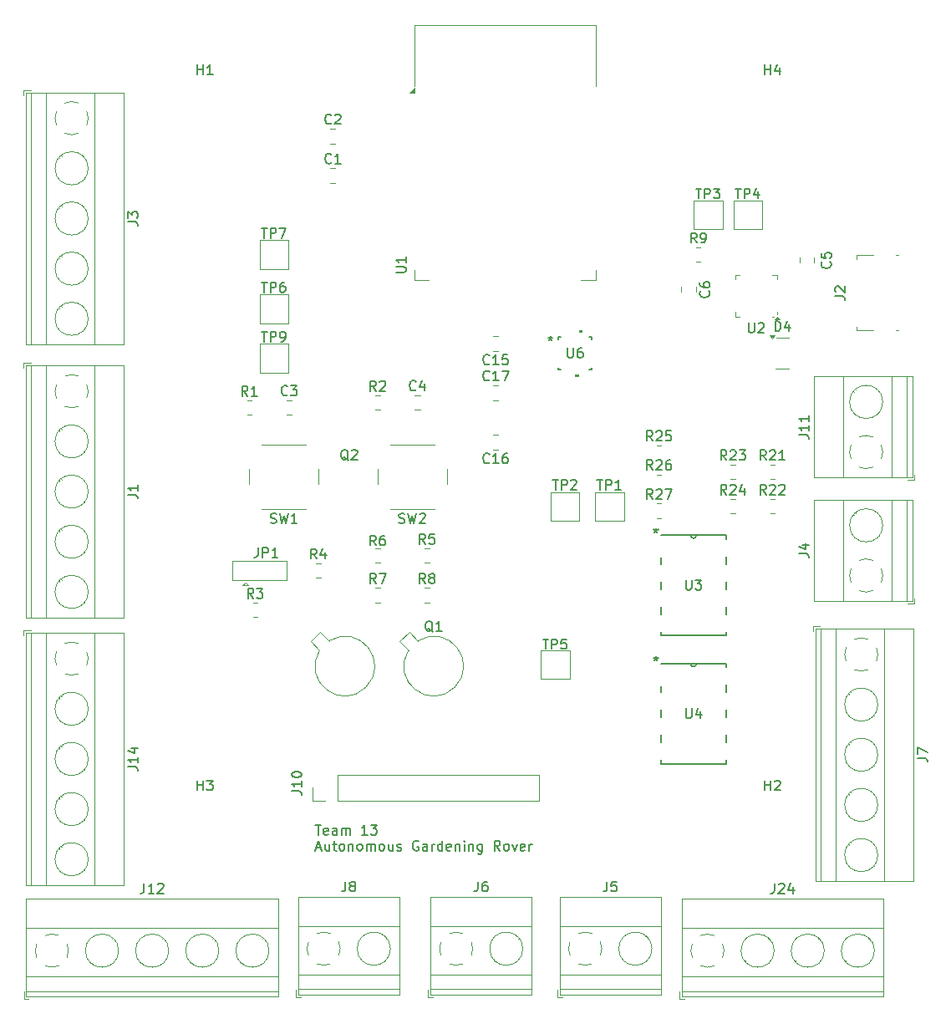
<source format=gbr>
%TF.GenerationSoftware,KiCad,Pcbnew,8.0.5*%
%TF.CreationDate,2024-10-29T07:25:13-05:00*%
%TF.ProjectId,Autonomous_Gardening_Rover_v2,4175746f-6e6f-46d6-9f75-735f47617264,rev?*%
%TF.SameCoordinates,Original*%
%TF.FileFunction,Legend,Top*%
%TF.FilePolarity,Positive*%
%FSLAX46Y46*%
G04 Gerber Fmt 4.6, Leading zero omitted, Abs format (unit mm)*
G04 Created by KiCad (PCBNEW 8.0.5) date 2024-10-29 07:25:13*
%MOMM*%
%LPD*%
G01*
G04 APERTURE LIST*
%ADD10C,0.150000*%
%ADD11C,0.120000*%
%ADD12C,0.152400*%
%ADD13C,0.000000*%
G04 APERTURE END LIST*
D10*
X61693922Y-110759875D02*
X62265350Y-110759875D01*
X61979636Y-111759875D02*
X61979636Y-110759875D01*
X62979636Y-111712256D02*
X62884398Y-111759875D01*
X62884398Y-111759875D02*
X62693922Y-111759875D01*
X62693922Y-111759875D02*
X62598684Y-111712256D01*
X62598684Y-111712256D02*
X62551065Y-111617017D01*
X62551065Y-111617017D02*
X62551065Y-111236065D01*
X62551065Y-111236065D02*
X62598684Y-111140827D01*
X62598684Y-111140827D02*
X62693922Y-111093208D01*
X62693922Y-111093208D02*
X62884398Y-111093208D01*
X62884398Y-111093208D02*
X62979636Y-111140827D01*
X62979636Y-111140827D02*
X63027255Y-111236065D01*
X63027255Y-111236065D02*
X63027255Y-111331303D01*
X63027255Y-111331303D02*
X62551065Y-111426541D01*
X63884398Y-111759875D02*
X63884398Y-111236065D01*
X63884398Y-111236065D02*
X63836779Y-111140827D01*
X63836779Y-111140827D02*
X63741541Y-111093208D01*
X63741541Y-111093208D02*
X63551065Y-111093208D01*
X63551065Y-111093208D02*
X63455827Y-111140827D01*
X63884398Y-111712256D02*
X63789160Y-111759875D01*
X63789160Y-111759875D02*
X63551065Y-111759875D01*
X63551065Y-111759875D02*
X63455827Y-111712256D01*
X63455827Y-111712256D02*
X63408208Y-111617017D01*
X63408208Y-111617017D02*
X63408208Y-111521779D01*
X63408208Y-111521779D02*
X63455827Y-111426541D01*
X63455827Y-111426541D02*
X63551065Y-111378922D01*
X63551065Y-111378922D02*
X63789160Y-111378922D01*
X63789160Y-111378922D02*
X63884398Y-111331303D01*
X64360589Y-111759875D02*
X64360589Y-111093208D01*
X64360589Y-111188446D02*
X64408208Y-111140827D01*
X64408208Y-111140827D02*
X64503446Y-111093208D01*
X64503446Y-111093208D02*
X64646303Y-111093208D01*
X64646303Y-111093208D02*
X64741541Y-111140827D01*
X64741541Y-111140827D02*
X64789160Y-111236065D01*
X64789160Y-111236065D02*
X64789160Y-111759875D01*
X64789160Y-111236065D02*
X64836779Y-111140827D01*
X64836779Y-111140827D02*
X64932017Y-111093208D01*
X64932017Y-111093208D02*
X65074874Y-111093208D01*
X65074874Y-111093208D02*
X65170113Y-111140827D01*
X65170113Y-111140827D02*
X65217732Y-111236065D01*
X65217732Y-111236065D02*
X65217732Y-111759875D01*
X66979636Y-111759875D02*
X66408208Y-111759875D01*
X66693922Y-111759875D02*
X66693922Y-110759875D01*
X66693922Y-110759875D02*
X66598684Y-110902732D01*
X66598684Y-110902732D02*
X66503446Y-110997970D01*
X66503446Y-110997970D02*
X66408208Y-111045589D01*
X67312970Y-110759875D02*
X67932017Y-110759875D01*
X67932017Y-110759875D02*
X67598684Y-111140827D01*
X67598684Y-111140827D02*
X67741541Y-111140827D01*
X67741541Y-111140827D02*
X67836779Y-111188446D01*
X67836779Y-111188446D02*
X67884398Y-111236065D01*
X67884398Y-111236065D02*
X67932017Y-111331303D01*
X67932017Y-111331303D02*
X67932017Y-111569398D01*
X67932017Y-111569398D02*
X67884398Y-111664636D01*
X67884398Y-111664636D02*
X67836779Y-111712256D01*
X67836779Y-111712256D02*
X67741541Y-111759875D01*
X67741541Y-111759875D02*
X67455827Y-111759875D01*
X67455827Y-111759875D02*
X67360589Y-111712256D01*
X67360589Y-111712256D02*
X67312970Y-111664636D01*
X61789160Y-113084104D02*
X62265350Y-113084104D01*
X61693922Y-113369819D02*
X62027255Y-112369819D01*
X62027255Y-112369819D02*
X62360588Y-113369819D01*
X63122493Y-112703152D02*
X63122493Y-113369819D01*
X62693922Y-112703152D02*
X62693922Y-113226961D01*
X62693922Y-113226961D02*
X62741541Y-113322200D01*
X62741541Y-113322200D02*
X62836779Y-113369819D01*
X62836779Y-113369819D02*
X62979636Y-113369819D01*
X62979636Y-113369819D02*
X63074874Y-113322200D01*
X63074874Y-113322200D02*
X63122493Y-113274580D01*
X63455827Y-112703152D02*
X63836779Y-112703152D01*
X63598684Y-112369819D02*
X63598684Y-113226961D01*
X63598684Y-113226961D02*
X63646303Y-113322200D01*
X63646303Y-113322200D02*
X63741541Y-113369819D01*
X63741541Y-113369819D02*
X63836779Y-113369819D01*
X64312970Y-113369819D02*
X64217732Y-113322200D01*
X64217732Y-113322200D02*
X64170113Y-113274580D01*
X64170113Y-113274580D02*
X64122494Y-113179342D01*
X64122494Y-113179342D02*
X64122494Y-112893628D01*
X64122494Y-112893628D02*
X64170113Y-112798390D01*
X64170113Y-112798390D02*
X64217732Y-112750771D01*
X64217732Y-112750771D02*
X64312970Y-112703152D01*
X64312970Y-112703152D02*
X64455827Y-112703152D01*
X64455827Y-112703152D02*
X64551065Y-112750771D01*
X64551065Y-112750771D02*
X64598684Y-112798390D01*
X64598684Y-112798390D02*
X64646303Y-112893628D01*
X64646303Y-112893628D02*
X64646303Y-113179342D01*
X64646303Y-113179342D02*
X64598684Y-113274580D01*
X64598684Y-113274580D02*
X64551065Y-113322200D01*
X64551065Y-113322200D02*
X64455827Y-113369819D01*
X64455827Y-113369819D02*
X64312970Y-113369819D01*
X65074875Y-112703152D02*
X65074875Y-113369819D01*
X65074875Y-112798390D02*
X65122494Y-112750771D01*
X65122494Y-112750771D02*
X65217732Y-112703152D01*
X65217732Y-112703152D02*
X65360589Y-112703152D01*
X65360589Y-112703152D02*
X65455827Y-112750771D01*
X65455827Y-112750771D02*
X65503446Y-112846009D01*
X65503446Y-112846009D02*
X65503446Y-113369819D01*
X66122494Y-113369819D02*
X66027256Y-113322200D01*
X66027256Y-113322200D02*
X65979637Y-113274580D01*
X65979637Y-113274580D02*
X65932018Y-113179342D01*
X65932018Y-113179342D02*
X65932018Y-112893628D01*
X65932018Y-112893628D02*
X65979637Y-112798390D01*
X65979637Y-112798390D02*
X66027256Y-112750771D01*
X66027256Y-112750771D02*
X66122494Y-112703152D01*
X66122494Y-112703152D02*
X66265351Y-112703152D01*
X66265351Y-112703152D02*
X66360589Y-112750771D01*
X66360589Y-112750771D02*
X66408208Y-112798390D01*
X66408208Y-112798390D02*
X66455827Y-112893628D01*
X66455827Y-112893628D02*
X66455827Y-113179342D01*
X66455827Y-113179342D02*
X66408208Y-113274580D01*
X66408208Y-113274580D02*
X66360589Y-113322200D01*
X66360589Y-113322200D02*
X66265351Y-113369819D01*
X66265351Y-113369819D02*
X66122494Y-113369819D01*
X66884399Y-113369819D02*
X66884399Y-112703152D01*
X66884399Y-112798390D02*
X66932018Y-112750771D01*
X66932018Y-112750771D02*
X67027256Y-112703152D01*
X67027256Y-112703152D02*
X67170113Y-112703152D01*
X67170113Y-112703152D02*
X67265351Y-112750771D01*
X67265351Y-112750771D02*
X67312970Y-112846009D01*
X67312970Y-112846009D02*
X67312970Y-113369819D01*
X67312970Y-112846009D02*
X67360589Y-112750771D01*
X67360589Y-112750771D02*
X67455827Y-112703152D01*
X67455827Y-112703152D02*
X67598684Y-112703152D01*
X67598684Y-112703152D02*
X67693923Y-112750771D01*
X67693923Y-112750771D02*
X67741542Y-112846009D01*
X67741542Y-112846009D02*
X67741542Y-113369819D01*
X68360589Y-113369819D02*
X68265351Y-113322200D01*
X68265351Y-113322200D02*
X68217732Y-113274580D01*
X68217732Y-113274580D02*
X68170113Y-113179342D01*
X68170113Y-113179342D02*
X68170113Y-112893628D01*
X68170113Y-112893628D02*
X68217732Y-112798390D01*
X68217732Y-112798390D02*
X68265351Y-112750771D01*
X68265351Y-112750771D02*
X68360589Y-112703152D01*
X68360589Y-112703152D02*
X68503446Y-112703152D01*
X68503446Y-112703152D02*
X68598684Y-112750771D01*
X68598684Y-112750771D02*
X68646303Y-112798390D01*
X68646303Y-112798390D02*
X68693922Y-112893628D01*
X68693922Y-112893628D02*
X68693922Y-113179342D01*
X68693922Y-113179342D02*
X68646303Y-113274580D01*
X68646303Y-113274580D02*
X68598684Y-113322200D01*
X68598684Y-113322200D02*
X68503446Y-113369819D01*
X68503446Y-113369819D02*
X68360589Y-113369819D01*
X69551065Y-112703152D02*
X69551065Y-113369819D01*
X69122494Y-112703152D02*
X69122494Y-113226961D01*
X69122494Y-113226961D02*
X69170113Y-113322200D01*
X69170113Y-113322200D02*
X69265351Y-113369819D01*
X69265351Y-113369819D02*
X69408208Y-113369819D01*
X69408208Y-113369819D02*
X69503446Y-113322200D01*
X69503446Y-113322200D02*
X69551065Y-113274580D01*
X69979637Y-113322200D02*
X70074875Y-113369819D01*
X70074875Y-113369819D02*
X70265351Y-113369819D01*
X70265351Y-113369819D02*
X70360589Y-113322200D01*
X70360589Y-113322200D02*
X70408208Y-113226961D01*
X70408208Y-113226961D02*
X70408208Y-113179342D01*
X70408208Y-113179342D02*
X70360589Y-113084104D01*
X70360589Y-113084104D02*
X70265351Y-113036485D01*
X70265351Y-113036485D02*
X70122494Y-113036485D01*
X70122494Y-113036485D02*
X70027256Y-112988866D01*
X70027256Y-112988866D02*
X69979637Y-112893628D01*
X69979637Y-112893628D02*
X69979637Y-112846009D01*
X69979637Y-112846009D02*
X70027256Y-112750771D01*
X70027256Y-112750771D02*
X70122494Y-112703152D01*
X70122494Y-112703152D02*
X70265351Y-112703152D01*
X70265351Y-112703152D02*
X70360589Y-112750771D01*
X72122494Y-112417438D02*
X72027256Y-112369819D01*
X72027256Y-112369819D02*
X71884399Y-112369819D01*
X71884399Y-112369819D02*
X71741542Y-112417438D01*
X71741542Y-112417438D02*
X71646304Y-112512676D01*
X71646304Y-112512676D02*
X71598685Y-112607914D01*
X71598685Y-112607914D02*
X71551066Y-112798390D01*
X71551066Y-112798390D02*
X71551066Y-112941247D01*
X71551066Y-112941247D02*
X71598685Y-113131723D01*
X71598685Y-113131723D02*
X71646304Y-113226961D01*
X71646304Y-113226961D02*
X71741542Y-113322200D01*
X71741542Y-113322200D02*
X71884399Y-113369819D01*
X71884399Y-113369819D02*
X71979637Y-113369819D01*
X71979637Y-113369819D02*
X72122494Y-113322200D01*
X72122494Y-113322200D02*
X72170113Y-113274580D01*
X72170113Y-113274580D02*
X72170113Y-112941247D01*
X72170113Y-112941247D02*
X71979637Y-112941247D01*
X73027256Y-113369819D02*
X73027256Y-112846009D01*
X73027256Y-112846009D02*
X72979637Y-112750771D01*
X72979637Y-112750771D02*
X72884399Y-112703152D01*
X72884399Y-112703152D02*
X72693923Y-112703152D01*
X72693923Y-112703152D02*
X72598685Y-112750771D01*
X73027256Y-113322200D02*
X72932018Y-113369819D01*
X72932018Y-113369819D02*
X72693923Y-113369819D01*
X72693923Y-113369819D02*
X72598685Y-113322200D01*
X72598685Y-113322200D02*
X72551066Y-113226961D01*
X72551066Y-113226961D02*
X72551066Y-113131723D01*
X72551066Y-113131723D02*
X72598685Y-113036485D01*
X72598685Y-113036485D02*
X72693923Y-112988866D01*
X72693923Y-112988866D02*
X72932018Y-112988866D01*
X72932018Y-112988866D02*
X73027256Y-112941247D01*
X73503447Y-113369819D02*
X73503447Y-112703152D01*
X73503447Y-112893628D02*
X73551066Y-112798390D01*
X73551066Y-112798390D02*
X73598685Y-112750771D01*
X73598685Y-112750771D02*
X73693923Y-112703152D01*
X73693923Y-112703152D02*
X73789161Y-112703152D01*
X74551066Y-113369819D02*
X74551066Y-112369819D01*
X74551066Y-113322200D02*
X74455828Y-113369819D01*
X74455828Y-113369819D02*
X74265352Y-113369819D01*
X74265352Y-113369819D02*
X74170114Y-113322200D01*
X74170114Y-113322200D02*
X74122495Y-113274580D01*
X74122495Y-113274580D02*
X74074876Y-113179342D01*
X74074876Y-113179342D02*
X74074876Y-112893628D01*
X74074876Y-112893628D02*
X74122495Y-112798390D01*
X74122495Y-112798390D02*
X74170114Y-112750771D01*
X74170114Y-112750771D02*
X74265352Y-112703152D01*
X74265352Y-112703152D02*
X74455828Y-112703152D01*
X74455828Y-112703152D02*
X74551066Y-112750771D01*
X75408209Y-113322200D02*
X75312971Y-113369819D01*
X75312971Y-113369819D02*
X75122495Y-113369819D01*
X75122495Y-113369819D02*
X75027257Y-113322200D01*
X75027257Y-113322200D02*
X74979638Y-113226961D01*
X74979638Y-113226961D02*
X74979638Y-112846009D01*
X74979638Y-112846009D02*
X75027257Y-112750771D01*
X75027257Y-112750771D02*
X75122495Y-112703152D01*
X75122495Y-112703152D02*
X75312971Y-112703152D01*
X75312971Y-112703152D02*
X75408209Y-112750771D01*
X75408209Y-112750771D02*
X75455828Y-112846009D01*
X75455828Y-112846009D02*
X75455828Y-112941247D01*
X75455828Y-112941247D02*
X74979638Y-113036485D01*
X75884400Y-112703152D02*
X75884400Y-113369819D01*
X75884400Y-112798390D02*
X75932019Y-112750771D01*
X75932019Y-112750771D02*
X76027257Y-112703152D01*
X76027257Y-112703152D02*
X76170114Y-112703152D01*
X76170114Y-112703152D02*
X76265352Y-112750771D01*
X76265352Y-112750771D02*
X76312971Y-112846009D01*
X76312971Y-112846009D02*
X76312971Y-113369819D01*
X76789162Y-113369819D02*
X76789162Y-112703152D01*
X76789162Y-112369819D02*
X76741543Y-112417438D01*
X76741543Y-112417438D02*
X76789162Y-112465057D01*
X76789162Y-112465057D02*
X76836781Y-112417438D01*
X76836781Y-112417438D02*
X76789162Y-112369819D01*
X76789162Y-112369819D02*
X76789162Y-112465057D01*
X77265352Y-112703152D02*
X77265352Y-113369819D01*
X77265352Y-112798390D02*
X77312971Y-112750771D01*
X77312971Y-112750771D02*
X77408209Y-112703152D01*
X77408209Y-112703152D02*
X77551066Y-112703152D01*
X77551066Y-112703152D02*
X77646304Y-112750771D01*
X77646304Y-112750771D02*
X77693923Y-112846009D01*
X77693923Y-112846009D02*
X77693923Y-113369819D01*
X78598685Y-112703152D02*
X78598685Y-113512676D01*
X78598685Y-113512676D02*
X78551066Y-113607914D01*
X78551066Y-113607914D02*
X78503447Y-113655533D01*
X78503447Y-113655533D02*
X78408209Y-113703152D01*
X78408209Y-113703152D02*
X78265352Y-113703152D01*
X78265352Y-113703152D02*
X78170114Y-113655533D01*
X78598685Y-113322200D02*
X78503447Y-113369819D01*
X78503447Y-113369819D02*
X78312971Y-113369819D01*
X78312971Y-113369819D02*
X78217733Y-113322200D01*
X78217733Y-113322200D02*
X78170114Y-113274580D01*
X78170114Y-113274580D02*
X78122495Y-113179342D01*
X78122495Y-113179342D02*
X78122495Y-112893628D01*
X78122495Y-112893628D02*
X78170114Y-112798390D01*
X78170114Y-112798390D02*
X78217733Y-112750771D01*
X78217733Y-112750771D02*
X78312971Y-112703152D01*
X78312971Y-112703152D02*
X78503447Y-112703152D01*
X78503447Y-112703152D02*
X78598685Y-112750771D01*
X80408209Y-113369819D02*
X80074876Y-112893628D01*
X79836781Y-113369819D02*
X79836781Y-112369819D01*
X79836781Y-112369819D02*
X80217733Y-112369819D01*
X80217733Y-112369819D02*
X80312971Y-112417438D01*
X80312971Y-112417438D02*
X80360590Y-112465057D01*
X80360590Y-112465057D02*
X80408209Y-112560295D01*
X80408209Y-112560295D02*
X80408209Y-112703152D01*
X80408209Y-112703152D02*
X80360590Y-112798390D01*
X80360590Y-112798390D02*
X80312971Y-112846009D01*
X80312971Y-112846009D02*
X80217733Y-112893628D01*
X80217733Y-112893628D02*
X79836781Y-112893628D01*
X80979638Y-113369819D02*
X80884400Y-113322200D01*
X80884400Y-113322200D02*
X80836781Y-113274580D01*
X80836781Y-113274580D02*
X80789162Y-113179342D01*
X80789162Y-113179342D02*
X80789162Y-112893628D01*
X80789162Y-112893628D02*
X80836781Y-112798390D01*
X80836781Y-112798390D02*
X80884400Y-112750771D01*
X80884400Y-112750771D02*
X80979638Y-112703152D01*
X80979638Y-112703152D02*
X81122495Y-112703152D01*
X81122495Y-112703152D02*
X81217733Y-112750771D01*
X81217733Y-112750771D02*
X81265352Y-112798390D01*
X81265352Y-112798390D02*
X81312971Y-112893628D01*
X81312971Y-112893628D02*
X81312971Y-113179342D01*
X81312971Y-113179342D02*
X81265352Y-113274580D01*
X81265352Y-113274580D02*
X81217733Y-113322200D01*
X81217733Y-113322200D02*
X81122495Y-113369819D01*
X81122495Y-113369819D02*
X80979638Y-113369819D01*
X81646305Y-112703152D02*
X81884400Y-113369819D01*
X81884400Y-113369819D02*
X82122495Y-112703152D01*
X82884400Y-113322200D02*
X82789162Y-113369819D01*
X82789162Y-113369819D02*
X82598686Y-113369819D01*
X82598686Y-113369819D02*
X82503448Y-113322200D01*
X82503448Y-113322200D02*
X82455829Y-113226961D01*
X82455829Y-113226961D02*
X82455829Y-112846009D01*
X82455829Y-112846009D02*
X82503448Y-112750771D01*
X82503448Y-112750771D02*
X82598686Y-112703152D01*
X82598686Y-112703152D02*
X82789162Y-112703152D01*
X82789162Y-112703152D02*
X82884400Y-112750771D01*
X82884400Y-112750771D02*
X82932019Y-112846009D01*
X82932019Y-112846009D02*
X82932019Y-112941247D01*
X82932019Y-112941247D02*
X82455829Y-113036485D01*
X83360591Y-113369819D02*
X83360591Y-112703152D01*
X83360591Y-112893628D02*
X83408210Y-112798390D01*
X83408210Y-112798390D02*
X83455829Y-112750771D01*
X83455829Y-112750771D02*
X83551067Y-112703152D01*
X83551067Y-112703152D02*
X83646305Y-112703152D01*
X100333333Y-51804819D02*
X100000000Y-51328628D01*
X99761905Y-51804819D02*
X99761905Y-50804819D01*
X99761905Y-50804819D02*
X100142857Y-50804819D01*
X100142857Y-50804819D02*
X100238095Y-50852438D01*
X100238095Y-50852438D02*
X100285714Y-50900057D01*
X100285714Y-50900057D02*
X100333333Y-50995295D01*
X100333333Y-50995295D02*
X100333333Y-51138152D01*
X100333333Y-51138152D02*
X100285714Y-51233390D01*
X100285714Y-51233390D02*
X100238095Y-51281009D01*
X100238095Y-51281009D02*
X100142857Y-51328628D01*
X100142857Y-51328628D02*
X99761905Y-51328628D01*
X100809524Y-51804819D02*
X101000000Y-51804819D01*
X101000000Y-51804819D02*
X101095238Y-51757200D01*
X101095238Y-51757200D02*
X101142857Y-51709580D01*
X101142857Y-51709580D02*
X101238095Y-51566723D01*
X101238095Y-51566723D02*
X101285714Y-51376247D01*
X101285714Y-51376247D02*
X101285714Y-50995295D01*
X101285714Y-50995295D02*
X101238095Y-50900057D01*
X101238095Y-50900057D02*
X101190476Y-50852438D01*
X101190476Y-50852438D02*
X101095238Y-50804819D01*
X101095238Y-50804819D02*
X100904762Y-50804819D01*
X100904762Y-50804819D02*
X100809524Y-50852438D01*
X100809524Y-50852438D02*
X100761905Y-50900057D01*
X100761905Y-50900057D02*
X100714286Y-50995295D01*
X100714286Y-50995295D02*
X100714286Y-51233390D01*
X100714286Y-51233390D02*
X100761905Y-51328628D01*
X100761905Y-51328628D02*
X100809524Y-51376247D01*
X100809524Y-51376247D02*
X100904762Y-51423866D01*
X100904762Y-51423866D02*
X101095238Y-51423866D01*
X101095238Y-51423866D02*
X101190476Y-51376247D01*
X101190476Y-51376247D02*
X101238095Y-51328628D01*
X101238095Y-51328628D02*
X101285714Y-51233390D01*
X42714819Y-49673333D02*
X43429104Y-49673333D01*
X43429104Y-49673333D02*
X43571961Y-49720952D01*
X43571961Y-49720952D02*
X43667200Y-49816190D01*
X43667200Y-49816190D02*
X43714819Y-49959047D01*
X43714819Y-49959047D02*
X43714819Y-50054285D01*
X42714819Y-49292380D02*
X42714819Y-48673333D01*
X42714819Y-48673333D02*
X43095771Y-49006666D01*
X43095771Y-49006666D02*
X43095771Y-48863809D01*
X43095771Y-48863809D02*
X43143390Y-48768571D01*
X43143390Y-48768571D02*
X43191009Y-48720952D01*
X43191009Y-48720952D02*
X43286247Y-48673333D01*
X43286247Y-48673333D02*
X43524342Y-48673333D01*
X43524342Y-48673333D02*
X43619580Y-48720952D01*
X43619580Y-48720952D02*
X43667200Y-48768571D01*
X43667200Y-48768571D02*
X43714819Y-48863809D01*
X43714819Y-48863809D02*
X43714819Y-49149523D01*
X43714819Y-49149523D02*
X43667200Y-49244761D01*
X43667200Y-49244761D02*
X43619580Y-49292380D01*
X99238095Y-85954819D02*
X99238095Y-86764342D01*
X99238095Y-86764342D02*
X99285714Y-86859580D01*
X99285714Y-86859580D02*
X99333333Y-86907200D01*
X99333333Y-86907200D02*
X99428571Y-86954819D01*
X99428571Y-86954819D02*
X99619047Y-86954819D01*
X99619047Y-86954819D02*
X99714285Y-86907200D01*
X99714285Y-86907200D02*
X99761904Y-86859580D01*
X99761904Y-86859580D02*
X99809523Y-86764342D01*
X99809523Y-86764342D02*
X99809523Y-85954819D01*
X100190476Y-85954819D02*
X100809523Y-85954819D01*
X100809523Y-85954819D02*
X100476190Y-86335771D01*
X100476190Y-86335771D02*
X100619047Y-86335771D01*
X100619047Y-86335771D02*
X100714285Y-86383390D01*
X100714285Y-86383390D02*
X100761904Y-86431009D01*
X100761904Y-86431009D02*
X100809523Y-86526247D01*
X100809523Y-86526247D02*
X100809523Y-86764342D01*
X100809523Y-86764342D02*
X100761904Y-86859580D01*
X100761904Y-86859580D02*
X100714285Y-86907200D01*
X100714285Y-86907200D02*
X100619047Y-86954819D01*
X100619047Y-86954819D02*
X100333333Y-86954819D01*
X100333333Y-86954819D02*
X100238095Y-86907200D01*
X100238095Y-86907200D02*
X100190476Y-86859580D01*
X96190000Y-80697019D02*
X96190000Y-80935114D01*
X95951905Y-80839876D02*
X96190000Y-80935114D01*
X96190000Y-80935114D02*
X96428095Y-80839876D01*
X96047143Y-81125590D02*
X96190000Y-80935114D01*
X96190000Y-80935114D02*
X96332857Y-81125590D01*
X96190000Y-80697019D02*
X96190000Y-80935114D01*
X95951905Y-80839876D02*
X96190000Y-80935114D01*
X96190000Y-80935114D02*
X96428095Y-80839876D01*
X96047143Y-81125590D02*
X96190000Y-80935114D01*
X96190000Y-80935114D02*
X96332857Y-81125590D01*
X99238095Y-98954819D02*
X99238095Y-99764342D01*
X99238095Y-99764342D02*
X99285714Y-99859580D01*
X99285714Y-99859580D02*
X99333333Y-99907200D01*
X99333333Y-99907200D02*
X99428571Y-99954819D01*
X99428571Y-99954819D02*
X99619047Y-99954819D01*
X99619047Y-99954819D02*
X99714285Y-99907200D01*
X99714285Y-99907200D02*
X99761904Y-99859580D01*
X99761904Y-99859580D02*
X99809523Y-99764342D01*
X99809523Y-99764342D02*
X99809523Y-98954819D01*
X100714285Y-99288152D02*
X100714285Y-99954819D01*
X100476190Y-98907200D02*
X100238095Y-99621485D01*
X100238095Y-99621485D02*
X100857142Y-99621485D01*
X96190000Y-93697019D02*
X96190000Y-93935114D01*
X95951905Y-93839876D02*
X96190000Y-93935114D01*
X96190000Y-93935114D02*
X96428095Y-93839876D01*
X96047143Y-94125590D02*
X96190000Y-93935114D01*
X96190000Y-93935114D02*
X96332857Y-94125590D01*
X96190000Y-93697019D02*
X96190000Y-93935114D01*
X95951905Y-93839876D02*
X96190000Y-93935114D01*
X96190000Y-93935114D02*
X96428095Y-93839876D01*
X96047143Y-94125590D02*
X96190000Y-93935114D01*
X96190000Y-93935114D02*
X96332857Y-94125590D01*
X70166667Y-80157200D02*
X70309524Y-80204819D01*
X70309524Y-80204819D02*
X70547619Y-80204819D01*
X70547619Y-80204819D02*
X70642857Y-80157200D01*
X70642857Y-80157200D02*
X70690476Y-80109580D01*
X70690476Y-80109580D02*
X70738095Y-80014342D01*
X70738095Y-80014342D02*
X70738095Y-79919104D01*
X70738095Y-79919104D02*
X70690476Y-79823866D01*
X70690476Y-79823866D02*
X70642857Y-79776247D01*
X70642857Y-79776247D02*
X70547619Y-79728628D01*
X70547619Y-79728628D02*
X70357143Y-79681009D01*
X70357143Y-79681009D02*
X70261905Y-79633390D01*
X70261905Y-79633390D02*
X70214286Y-79585771D01*
X70214286Y-79585771D02*
X70166667Y-79490533D01*
X70166667Y-79490533D02*
X70166667Y-79395295D01*
X70166667Y-79395295D02*
X70214286Y-79300057D01*
X70214286Y-79300057D02*
X70261905Y-79252438D01*
X70261905Y-79252438D02*
X70357143Y-79204819D01*
X70357143Y-79204819D02*
X70595238Y-79204819D01*
X70595238Y-79204819D02*
X70738095Y-79252438D01*
X71071429Y-79204819D02*
X71309524Y-80204819D01*
X71309524Y-80204819D02*
X71500000Y-79490533D01*
X71500000Y-79490533D02*
X71690476Y-80204819D01*
X71690476Y-80204819D02*
X71928572Y-79204819D01*
X72261905Y-79300057D02*
X72309524Y-79252438D01*
X72309524Y-79252438D02*
X72404762Y-79204819D01*
X72404762Y-79204819D02*
X72642857Y-79204819D01*
X72642857Y-79204819D02*
X72738095Y-79252438D01*
X72738095Y-79252438D02*
X72785714Y-79300057D01*
X72785714Y-79300057D02*
X72833333Y-79395295D01*
X72833333Y-79395295D02*
X72833333Y-79490533D01*
X72833333Y-79490533D02*
X72785714Y-79633390D01*
X72785714Y-79633390D02*
X72214286Y-80204819D01*
X72214286Y-80204819D02*
X72833333Y-80204819D01*
X57166667Y-80157200D02*
X57309524Y-80204819D01*
X57309524Y-80204819D02*
X57547619Y-80204819D01*
X57547619Y-80204819D02*
X57642857Y-80157200D01*
X57642857Y-80157200D02*
X57690476Y-80109580D01*
X57690476Y-80109580D02*
X57738095Y-80014342D01*
X57738095Y-80014342D02*
X57738095Y-79919104D01*
X57738095Y-79919104D02*
X57690476Y-79823866D01*
X57690476Y-79823866D02*
X57642857Y-79776247D01*
X57642857Y-79776247D02*
X57547619Y-79728628D01*
X57547619Y-79728628D02*
X57357143Y-79681009D01*
X57357143Y-79681009D02*
X57261905Y-79633390D01*
X57261905Y-79633390D02*
X57214286Y-79585771D01*
X57214286Y-79585771D02*
X57166667Y-79490533D01*
X57166667Y-79490533D02*
X57166667Y-79395295D01*
X57166667Y-79395295D02*
X57214286Y-79300057D01*
X57214286Y-79300057D02*
X57261905Y-79252438D01*
X57261905Y-79252438D02*
X57357143Y-79204819D01*
X57357143Y-79204819D02*
X57595238Y-79204819D01*
X57595238Y-79204819D02*
X57738095Y-79252438D01*
X58071429Y-79204819D02*
X58309524Y-80204819D01*
X58309524Y-80204819D02*
X58500000Y-79490533D01*
X58500000Y-79490533D02*
X58690476Y-80204819D01*
X58690476Y-80204819D02*
X58928572Y-79204819D01*
X59833333Y-80204819D02*
X59261905Y-80204819D01*
X59547619Y-80204819D02*
X59547619Y-79204819D01*
X59547619Y-79204819D02*
X59452381Y-79347676D01*
X59452381Y-79347676D02*
X59357143Y-79442914D01*
X59357143Y-79442914D02*
X59261905Y-79490533D01*
X64741666Y-116499819D02*
X64741666Y-117214104D01*
X64741666Y-117214104D02*
X64694047Y-117356961D01*
X64694047Y-117356961D02*
X64598809Y-117452200D01*
X64598809Y-117452200D02*
X64455952Y-117499819D01*
X64455952Y-117499819D02*
X64360714Y-117499819D01*
X65360714Y-116928390D02*
X65265476Y-116880771D01*
X65265476Y-116880771D02*
X65217857Y-116833152D01*
X65217857Y-116833152D02*
X65170238Y-116737914D01*
X65170238Y-116737914D02*
X65170238Y-116690295D01*
X65170238Y-116690295D02*
X65217857Y-116595057D01*
X65217857Y-116595057D02*
X65265476Y-116547438D01*
X65265476Y-116547438D02*
X65360714Y-116499819D01*
X65360714Y-116499819D02*
X65551190Y-116499819D01*
X65551190Y-116499819D02*
X65646428Y-116547438D01*
X65646428Y-116547438D02*
X65694047Y-116595057D01*
X65694047Y-116595057D02*
X65741666Y-116690295D01*
X65741666Y-116690295D02*
X65741666Y-116737914D01*
X65741666Y-116737914D02*
X65694047Y-116833152D01*
X65694047Y-116833152D02*
X65646428Y-116880771D01*
X65646428Y-116880771D02*
X65551190Y-116928390D01*
X65551190Y-116928390D02*
X65360714Y-116928390D01*
X65360714Y-116928390D02*
X65265476Y-116976009D01*
X65265476Y-116976009D02*
X65217857Y-117023628D01*
X65217857Y-117023628D02*
X65170238Y-117118866D01*
X65170238Y-117118866D02*
X65170238Y-117309342D01*
X65170238Y-117309342D02*
X65217857Y-117404580D01*
X65217857Y-117404580D02*
X65265476Y-117452200D01*
X65265476Y-117452200D02*
X65360714Y-117499819D01*
X65360714Y-117499819D02*
X65551190Y-117499819D01*
X65551190Y-117499819D02*
X65646428Y-117452200D01*
X65646428Y-117452200D02*
X65694047Y-117404580D01*
X65694047Y-117404580D02*
X65741666Y-117309342D01*
X65741666Y-117309342D02*
X65741666Y-117118866D01*
X65741666Y-117118866D02*
X65694047Y-117023628D01*
X65694047Y-117023628D02*
X65646428Y-116976009D01*
X65646428Y-116976009D02*
X65551190Y-116928390D01*
X78161666Y-116499819D02*
X78161666Y-117214104D01*
X78161666Y-117214104D02*
X78114047Y-117356961D01*
X78114047Y-117356961D02*
X78018809Y-117452200D01*
X78018809Y-117452200D02*
X77875952Y-117499819D01*
X77875952Y-117499819D02*
X77780714Y-117499819D01*
X79066428Y-116499819D02*
X78875952Y-116499819D01*
X78875952Y-116499819D02*
X78780714Y-116547438D01*
X78780714Y-116547438D02*
X78733095Y-116595057D01*
X78733095Y-116595057D02*
X78637857Y-116737914D01*
X78637857Y-116737914D02*
X78590238Y-116928390D01*
X78590238Y-116928390D02*
X78590238Y-117309342D01*
X78590238Y-117309342D02*
X78637857Y-117404580D01*
X78637857Y-117404580D02*
X78685476Y-117452200D01*
X78685476Y-117452200D02*
X78780714Y-117499819D01*
X78780714Y-117499819D02*
X78971190Y-117499819D01*
X78971190Y-117499819D02*
X79066428Y-117452200D01*
X79066428Y-117452200D02*
X79114047Y-117404580D01*
X79114047Y-117404580D02*
X79161666Y-117309342D01*
X79161666Y-117309342D02*
X79161666Y-117071247D01*
X79161666Y-117071247D02*
X79114047Y-116976009D01*
X79114047Y-116976009D02*
X79066428Y-116928390D01*
X79066428Y-116928390D02*
X78971190Y-116880771D01*
X78971190Y-116880771D02*
X78780714Y-116880771D01*
X78780714Y-116880771D02*
X78685476Y-116928390D01*
X78685476Y-116928390D02*
X78637857Y-116976009D01*
X78637857Y-116976009D02*
X78590238Y-117071247D01*
X91241666Y-116499819D02*
X91241666Y-117214104D01*
X91241666Y-117214104D02*
X91194047Y-117356961D01*
X91194047Y-117356961D02*
X91098809Y-117452200D01*
X91098809Y-117452200D02*
X90955952Y-117499819D01*
X90955952Y-117499819D02*
X90860714Y-117499819D01*
X92194047Y-116499819D02*
X91717857Y-116499819D01*
X91717857Y-116499819D02*
X91670238Y-116976009D01*
X91670238Y-116976009D02*
X91717857Y-116928390D01*
X91717857Y-116928390D02*
X91813095Y-116880771D01*
X91813095Y-116880771D02*
X92051190Y-116880771D01*
X92051190Y-116880771D02*
X92146428Y-116928390D01*
X92146428Y-116928390D02*
X92194047Y-116976009D01*
X92194047Y-116976009D02*
X92241666Y-117071247D01*
X92241666Y-117071247D02*
X92241666Y-117309342D01*
X92241666Y-117309342D02*
X92194047Y-117404580D01*
X92194047Y-117404580D02*
X92146428Y-117452200D01*
X92146428Y-117452200D02*
X92051190Y-117499819D01*
X92051190Y-117499819D02*
X91813095Y-117499819D01*
X91813095Y-117499819D02*
X91717857Y-117452200D01*
X91717857Y-117452200D02*
X91670238Y-117404580D01*
X110694819Y-83293333D02*
X111409104Y-83293333D01*
X111409104Y-83293333D02*
X111551961Y-83340952D01*
X111551961Y-83340952D02*
X111647200Y-83436190D01*
X111647200Y-83436190D02*
X111694819Y-83579047D01*
X111694819Y-83579047D02*
X111694819Y-83674285D01*
X111028152Y-82388571D02*
X111694819Y-82388571D01*
X110647200Y-82626666D02*
X111361485Y-82864761D01*
X111361485Y-82864761D02*
X111361485Y-82245714D01*
X42714819Y-77333333D02*
X43429104Y-77333333D01*
X43429104Y-77333333D02*
X43571961Y-77380952D01*
X43571961Y-77380952D02*
X43667200Y-77476190D01*
X43667200Y-77476190D02*
X43714819Y-77619047D01*
X43714819Y-77619047D02*
X43714819Y-77714285D01*
X43714819Y-76333333D02*
X43714819Y-76904761D01*
X43714819Y-76619047D02*
X42714819Y-76619047D01*
X42714819Y-76619047D02*
X42857676Y-76714285D01*
X42857676Y-76714285D02*
X42952914Y-76809523D01*
X42952914Y-76809523D02*
X43000533Y-76904761D01*
X110694819Y-71269523D02*
X111409104Y-71269523D01*
X111409104Y-71269523D02*
X111551961Y-71317142D01*
X111551961Y-71317142D02*
X111647200Y-71412380D01*
X111647200Y-71412380D02*
X111694819Y-71555237D01*
X111694819Y-71555237D02*
X111694819Y-71650475D01*
X111694819Y-70269523D02*
X111694819Y-70840951D01*
X111694819Y-70555237D02*
X110694819Y-70555237D01*
X110694819Y-70555237D02*
X110837676Y-70650475D01*
X110837676Y-70650475D02*
X110932914Y-70745713D01*
X110932914Y-70745713D02*
X110980533Y-70840951D01*
X111694819Y-69317142D02*
X111694819Y-69888570D01*
X111694819Y-69602856D02*
X110694819Y-69602856D01*
X110694819Y-69602856D02*
X110837676Y-69698094D01*
X110837676Y-69698094D02*
X110932914Y-69793332D01*
X110932914Y-69793332D02*
X110980533Y-69888570D01*
X49738095Y-34754819D02*
X49738095Y-33754819D01*
X49738095Y-34231009D02*
X50309523Y-34231009D01*
X50309523Y-34754819D02*
X50309523Y-33754819D01*
X51309523Y-34754819D02*
X50738095Y-34754819D01*
X51023809Y-34754819D02*
X51023809Y-33754819D01*
X51023809Y-33754819D02*
X50928571Y-33897676D01*
X50928571Y-33897676D02*
X50833333Y-33992914D01*
X50833333Y-33992914D02*
X50738095Y-34040533D01*
X108230476Y-116694819D02*
X108230476Y-117409104D01*
X108230476Y-117409104D02*
X108182857Y-117551961D01*
X108182857Y-117551961D02*
X108087619Y-117647200D01*
X108087619Y-117647200D02*
X107944762Y-117694819D01*
X107944762Y-117694819D02*
X107849524Y-117694819D01*
X108659048Y-116790057D02*
X108706667Y-116742438D01*
X108706667Y-116742438D02*
X108801905Y-116694819D01*
X108801905Y-116694819D02*
X109040000Y-116694819D01*
X109040000Y-116694819D02*
X109135238Y-116742438D01*
X109135238Y-116742438D02*
X109182857Y-116790057D01*
X109182857Y-116790057D02*
X109230476Y-116885295D01*
X109230476Y-116885295D02*
X109230476Y-116980533D01*
X109230476Y-116980533D02*
X109182857Y-117123390D01*
X109182857Y-117123390D02*
X108611429Y-117694819D01*
X108611429Y-117694819D02*
X109230476Y-117694819D01*
X110087619Y-117028152D02*
X110087619Y-117694819D01*
X109849524Y-116647200D02*
X109611429Y-117361485D01*
X109611429Y-117361485D02*
X110230476Y-117361485D01*
X63295833Y-39679580D02*
X63248214Y-39727200D01*
X63248214Y-39727200D02*
X63105357Y-39774819D01*
X63105357Y-39774819D02*
X63010119Y-39774819D01*
X63010119Y-39774819D02*
X62867262Y-39727200D01*
X62867262Y-39727200D02*
X62772024Y-39631961D01*
X62772024Y-39631961D02*
X62724405Y-39536723D01*
X62724405Y-39536723D02*
X62676786Y-39346247D01*
X62676786Y-39346247D02*
X62676786Y-39203390D01*
X62676786Y-39203390D02*
X62724405Y-39012914D01*
X62724405Y-39012914D02*
X62772024Y-38917676D01*
X62772024Y-38917676D02*
X62867262Y-38822438D01*
X62867262Y-38822438D02*
X63010119Y-38774819D01*
X63010119Y-38774819D02*
X63105357Y-38774819D01*
X63105357Y-38774819D02*
X63248214Y-38822438D01*
X63248214Y-38822438D02*
X63295833Y-38870057D01*
X63676786Y-38870057D02*
X63724405Y-38822438D01*
X63724405Y-38822438D02*
X63819643Y-38774819D01*
X63819643Y-38774819D02*
X64057738Y-38774819D01*
X64057738Y-38774819D02*
X64152976Y-38822438D01*
X64152976Y-38822438D02*
X64200595Y-38870057D01*
X64200595Y-38870057D02*
X64248214Y-38965295D01*
X64248214Y-38965295D02*
X64248214Y-39060533D01*
X64248214Y-39060533D02*
X64200595Y-39203390D01*
X64200595Y-39203390D02*
X63629167Y-39774819D01*
X63629167Y-39774819D02*
X64248214Y-39774819D01*
X72833333Y-82304819D02*
X72500000Y-81828628D01*
X72261905Y-82304819D02*
X72261905Y-81304819D01*
X72261905Y-81304819D02*
X72642857Y-81304819D01*
X72642857Y-81304819D02*
X72738095Y-81352438D01*
X72738095Y-81352438D02*
X72785714Y-81400057D01*
X72785714Y-81400057D02*
X72833333Y-81495295D01*
X72833333Y-81495295D02*
X72833333Y-81638152D01*
X72833333Y-81638152D02*
X72785714Y-81733390D01*
X72785714Y-81733390D02*
X72738095Y-81781009D01*
X72738095Y-81781009D02*
X72642857Y-81828628D01*
X72642857Y-81828628D02*
X72261905Y-81828628D01*
X73738095Y-81304819D02*
X73261905Y-81304819D01*
X73261905Y-81304819D02*
X73214286Y-81781009D01*
X73214286Y-81781009D02*
X73261905Y-81733390D01*
X73261905Y-81733390D02*
X73357143Y-81685771D01*
X73357143Y-81685771D02*
X73595238Y-81685771D01*
X73595238Y-81685771D02*
X73690476Y-81733390D01*
X73690476Y-81733390D02*
X73738095Y-81781009D01*
X73738095Y-81781009D02*
X73785714Y-81876247D01*
X73785714Y-81876247D02*
X73785714Y-82114342D01*
X73785714Y-82114342D02*
X73738095Y-82209580D01*
X73738095Y-82209580D02*
X73690476Y-82257200D01*
X73690476Y-82257200D02*
X73595238Y-82304819D01*
X73595238Y-82304819D02*
X73357143Y-82304819D01*
X73357143Y-82304819D02*
X73261905Y-82257200D01*
X73261905Y-82257200D02*
X73214286Y-82209580D01*
X67833333Y-82454819D02*
X67500000Y-81978628D01*
X67261905Y-82454819D02*
X67261905Y-81454819D01*
X67261905Y-81454819D02*
X67642857Y-81454819D01*
X67642857Y-81454819D02*
X67738095Y-81502438D01*
X67738095Y-81502438D02*
X67785714Y-81550057D01*
X67785714Y-81550057D02*
X67833333Y-81645295D01*
X67833333Y-81645295D02*
X67833333Y-81788152D01*
X67833333Y-81788152D02*
X67785714Y-81883390D01*
X67785714Y-81883390D02*
X67738095Y-81931009D01*
X67738095Y-81931009D02*
X67642857Y-81978628D01*
X67642857Y-81978628D02*
X67261905Y-81978628D01*
X68690476Y-81454819D02*
X68500000Y-81454819D01*
X68500000Y-81454819D02*
X68404762Y-81502438D01*
X68404762Y-81502438D02*
X68357143Y-81550057D01*
X68357143Y-81550057D02*
X68261905Y-81692914D01*
X68261905Y-81692914D02*
X68214286Y-81883390D01*
X68214286Y-81883390D02*
X68214286Y-82264342D01*
X68214286Y-82264342D02*
X68261905Y-82359580D01*
X68261905Y-82359580D02*
X68309524Y-82407200D01*
X68309524Y-82407200D02*
X68404762Y-82454819D01*
X68404762Y-82454819D02*
X68595238Y-82454819D01*
X68595238Y-82454819D02*
X68690476Y-82407200D01*
X68690476Y-82407200D02*
X68738095Y-82359580D01*
X68738095Y-82359580D02*
X68785714Y-82264342D01*
X68785714Y-82264342D02*
X68785714Y-82026247D01*
X68785714Y-82026247D02*
X68738095Y-81931009D01*
X68738095Y-81931009D02*
X68690476Y-81883390D01*
X68690476Y-81883390D02*
X68595238Y-81835771D01*
X68595238Y-81835771D02*
X68404762Y-81835771D01*
X68404762Y-81835771D02*
X68309524Y-81883390D01*
X68309524Y-81883390D02*
X68261905Y-81931009D01*
X68261905Y-81931009D02*
X68214286Y-82026247D01*
X73589485Y-91214781D02*
X73494247Y-91167162D01*
X73494247Y-91167162D02*
X73399009Y-91071924D01*
X73399009Y-91071924D02*
X73256152Y-90929066D01*
X73256152Y-90929066D02*
X73160914Y-90881447D01*
X73160914Y-90881447D02*
X73065676Y-90881447D01*
X73113295Y-91119543D02*
X73018057Y-91071924D01*
X73018057Y-91071924D02*
X72922819Y-90976685D01*
X72922819Y-90976685D02*
X72875200Y-90786209D01*
X72875200Y-90786209D02*
X72875200Y-90452876D01*
X72875200Y-90452876D02*
X72922819Y-90262400D01*
X72922819Y-90262400D02*
X73018057Y-90167162D01*
X73018057Y-90167162D02*
X73113295Y-90119543D01*
X73113295Y-90119543D02*
X73303771Y-90119543D01*
X73303771Y-90119543D02*
X73399009Y-90167162D01*
X73399009Y-90167162D02*
X73494247Y-90262400D01*
X73494247Y-90262400D02*
X73541866Y-90452876D01*
X73541866Y-90452876D02*
X73541866Y-90786209D01*
X73541866Y-90786209D02*
X73494247Y-90976685D01*
X73494247Y-90976685D02*
X73399009Y-91071924D01*
X73399009Y-91071924D02*
X73303771Y-91119543D01*
X73303771Y-91119543D02*
X73113295Y-91119543D01*
X74494247Y-91119543D02*
X73922819Y-91119543D01*
X74208533Y-91119543D02*
X74208533Y-90119543D01*
X74208533Y-90119543D02*
X74113295Y-90262400D01*
X74113295Y-90262400D02*
X74018057Y-90357638D01*
X74018057Y-90357638D02*
X73922819Y-90405257D01*
X122714819Y-103993333D02*
X123429104Y-103993333D01*
X123429104Y-103993333D02*
X123571961Y-104040952D01*
X123571961Y-104040952D02*
X123667200Y-104136190D01*
X123667200Y-104136190D02*
X123714819Y-104279047D01*
X123714819Y-104279047D02*
X123714819Y-104374285D01*
X122714819Y-103612380D02*
X122714819Y-102945714D01*
X122714819Y-102945714D02*
X123714819Y-103374285D01*
X104238095Y-46306819D02*
X104809523Y-46306819D01*
X104523809Y-47306819D02*
X104523809Y-46306819D01*
X105142857Y-47306819D02*
X105142857Y-46306819D01*
X105142857Y-46306819D02*
X105523809Y-46306819D01*
X105523809Y-46306819D02*
X105619047Y-46354438D01*
X105619047Y-46354438D02*
X105666666Y-46402057D01*
X105666666Y-46402057D02*
X105714285Y-46497295D01*
X105714285Y-46497295D02*
X105714285Y-46640152D01*
X105714285Y-46640152D02*
X105666666Y-46735390D01*
X105666666Y-46735390D02*
X105619047Y-46783009D01*
X105619047Y-46783009D02*
X105523809Y-46830628D01*
X105523809Y-46830628D02*
X105142857Y-46830628D01*
X106571428Y-46640152D02*
X106571428Y-47306819D01*
X106333333Y-46259200D02*
X106095238Y-46973485D01*
X106095238Y-46973485D02*
X106714285Y-46973485D01*
X61833333Y-83804819D02*
X61500000Y-83328628D01*
X61261905Y-83804819D02*
X61261905Y-82804819D01*
X61261905Y-82804819D02*
X61642857Y-82804819D01*
X61642857Y-82804819D02*
X61738095Y-82852438D01*
X61738095Y-82852438D02*
X61785714Y-82900057D01*
X61785714Y-82900057D02*
X61833333Y-82995295D01*
X61833333Y-82995295D02*
X61833333Y-83138152D01*
X61833333Y-83138152D02*
X61785714Y-83233390D01*
X61785714Y-83233390D02*
X61738095Y-83281009D01*
X61738095Y-83281009D02*
X61642857Y-83328628D01*
X61642857Y-83328628D02*
X61261905Y-83328628D01*
X62690476Y-83138152D02*
X62690476Y-83804819D01*
X62452381Y-82757200D02*
X62214286Y-83471485D01*
X62214286Y-83471485D02*
X62833333Y-83471485D01*
X49738095Y-107254819D02*
X49738095Y-106254819D01*
X49738095Y-106731009D02*
X50309523Y-106731009D01*
X50309523Y-107254819D02*
X50309523Y-106254819D01*
X50690476Y-106254819D02*
X51309523Y-106254819D01*
X51309523Y-106254819D02*
X50976190Y-106635771D01*
X50976190Y-106635771D02*
X51119047Y-106635771D01*
X51119047Y-106635771D02*
X51214285Y-106683390D01*
X51214285Y-106683390D02*
X51261904Y-106731009D01*
X51261904Y-106731009D02*
X51309523Y-106826247D01*
X51309523Y-106826247D02*
X51309523Y-107064342D01*
X51309523Y-107064342D02*
X51261904Y-107159580D01*
X51261904Y-107159580D02*
X51214285Y-107207200D01*
X51214285Y-107207200D02*
X51119047Y-107254819D01*
X51119047Y-107254819D02*
X50833333Y-107254819D01*
X50833333Y-107254819D02*
X50738095Y-107207200D01*
X50738095Y-107207200D02*
X50690476Y-107159580D01*
X55891666Y-82679819D02*
X55891666Y-83394104D01*
X55891666Y-83394104D02*
X55844047Y-83536961D01*
X55844047Y-83536961D02*
X55748809Y-83632200D01*
X55748809Y-83632200D02*
X55605952Y-83679819D01*
X55605952Y-83679819D02*
X55510714Y-83679819D01*
X56367857Y-83679819D02*
X56367857Y-82679819D01*
X56367857Y-82679819D02*
X56748809Y-82679819D01*
X56748809Y-82679819D02*
X56844047Y-82727438D01*
X56844047Y-82727438D02*
X56891666Y-82775057D01*
X56891666Y-82775057D02*
X56939285Y-82870295D01*
X56939285Y-82870295D02*
X56939285Y-83013152D01*
X56939285Y-83013152D02*
X56891666Y-83108390D01*
X56891666Y-83108390D02*
X56844047Y-83156009D01*
X56844047Y-83156009D02*
X56748809Y-83203628D01*
X56748809Y-83203628D02*
X56367857Y-83203628D01*
X57891666Y-83679819D02*
X57320238Y-83679819D01*
X57605952Y-83679819D02*
X57605952Y-82679819D01*
X57605952Y-82679819D02*
X57510714Y-82822676D01*
X57510714Y-82822676D02*
X57415476Y-82917914D01*
X57415476Y-82917914D02*
X57320238Y-82965533D01*
X95857142Y-77754819D02*
X95523809Y-77278628D01*
X95285714Y-77754819D02*
X95285714Y-76754819D01*
X95285714Y-76754819D02*
X95666666Y-76754819D01*
X95666666Y-76754819D02*
X95761904Y-76802438D01*
X95761904Y-76802438D02*
X95809523Y-76850057D01*
X95809523Y-76850057D02*
X95857142Y-76945295D01*
X95857142Y-76945295D02*
X95857142Y-77088152D01*
X95857142Y-77088152D02*
X95809523Y-77183390D01*
X95809523Y-77183390D02*
X95761904Y-77231009D01*
X95761904Y-77231009D02*
X95666666Y-77278628D01*
X95666666Y-77278628D02*
X95285714Y-77278628D01*
X96238095Y-76850057D02*
X96285714Y-76802438D01*
X96285714Y-76802438D02*
X96380952Y-76754819D01*
X96380952Y-76754819D02*
X96619047Y-76754819D01*
X96619047Y-76754819D02*
X96714285Y-76802438D01*
X96714285Y-76802438D02*
X96761904Y-76850057D01*
X96761904Y-76850057D02*
X96809523Y-76945295D01*
X96809523Y-76945295D02*
X96809523Y-77040533D01*
X96809523Y-77040533D02*
X96761904Y-77183390D01*
X96761904Y-77183390D02*
X96190476Y-77754819D01*
X96190476Y-77754819D02*
X96809523Y-77754819D01*
X97142857Y-76754819D02*
X97809523Y-76754819D01*
X97809523Y-76754819D02*
X97380952Y-77754819D01*
X54833333Y-67304819D02*
X54500000Y-66828628D01*
X54261905Y-67304819D02*
X54261905Y-66304819D01*
X54261905Y-66304819D02*
X54642857Y-66304819D01*
X54642857Y-66304819D02*
X54738095Y-66352438D01*
X54738095Y-66352438D02*
X54785714Y-66400057D01*
X54785714Y-66400057D02*
X54833333Y-66495295D01*
X54833333Y-66495295D02*
X54833333Y-66638152D01*
X54833333Y-66638152D02*
X54785714Y-66733390D01*
X54785714Y-66733390D02*
X54738095Y-66781009D01*
X54738095Y-66781009D02*
X54642857Y-66828628D01*
X54642857Y-66828628D02*
X54261905Y-66828628D01*
X55785714Y-67304819D02*
X55214286Y-67304819D01*
X55500000Y-67304819D02*
X55500000Y-66304819D01*
X55500000Y-66304819D02*
X55404762Y-66447676D01*
X55404762Y-66447676D02*
X55309524Y-66542914D01*
X55309524Y-66542914D02*
X55214286Y-66590533D01*
X44350476Y-116694819D02*
X44350476Y-117409104D01*
X44350476Y-117409104D02*
X44302857Y-117551961D01*
X44302857Y-117551961D02*
X44207619Y-117647200D01*
X44207619Y-117647200D02*
X44064762Y-117694819D01*
X44064762Y-117694819D02*
X43969524Y-117694819D01*
X45350476Y-117694819D02*
X44779048Y-117694819D01*
X45064762Y-117694819D02*
X45064762Y-116694819D01*
X45064762Y-116694819D02*
X44969524Y-116837676D01*
X44969524Y-116837676D02*
X44874286Y-116932914D01*
X44874286Y-116932914D02*
X44779048Y-116980533D01*
X45731429Y-116790057D02*
X45779048Y-116742438D01*
X45779048Y-116742438D02*
X45874286Y-116694819D01*
X45874286Y-116694819D02*
X46112381Y-116694819D01*
X46112381Y-116694819D02*
X46207619Y-116742438D01*
X46207619Y-116742438D02*
X46255238Y-116790057D01*
X46255238Y-116790057D02*
X46302857Y-116885295D01*
X46302857Y-116885295D02*
X46302857Y-116980533D01*
X46302857Y-116980533D02*
X46255238Y-117123390D01*
X46255238Y-117123390D02*
X45683810Y-117694819D01*
X45683810Y-117694819D02*
X46302857Y-117694819D01*
X108281905Y-60754819D02*
X108281905Y-59754819D01*
X108281905Y-59754819D02*
X108520000Y-59754819D01*
X108520000Y-59754819D02*
X108662857Y-59802438D01*
X108662857Y-59802438D02*
X108758095Y-59897676D01*
X108758095Y-59897676D02*
X108805714Y-59992914D01*
X108805714Y-59992914D02*
X108853333Y-60183390D01*
X108853333Y-60183390D02*
X108853333Y-60326247D01*
X108853333Y-60326247D02*
X108805714Y-60516723D01*
X108805714Y-60516723D02*
X108758095Y-60611961D01*
X108758095Y-60611961D02*
X108662857Y-60707200D01*
X108662857Y-60707200D02*
X108520000Y-60754819D01*
X108520000Y-60754819D02*
X108281905Y-60754819D01*
X109710476Y-60088152D02*
X109710476Y-60754819D01*
X109472381Y-59707200D02*
X109234286Y-60421485D01*
X109234286Y-60421485D02*
X109853333Y-60421485D01*
X107357142Y-73804819D02*
X107023809Y-73328628D01*
X106785714Y-73804819D02*
X106785714Y-72804819D01*
X106785714Y-72804819D02*
X107166666Y-72804819D01*
X107166666Y-72804819D02*
X107261904Y-72852438D01*
X107261904Y-72852438D02*
X107309523Y-72900057D01*
X107309523Y-72900057D02*
X107357142Y-72995295D01*
X107357142Y-72995295D02*
X107357142Y-73138152D01*
X107357142Y-73138152D02*
X107309523Y-73233390D01*
X107309523Y-73233390D02*
X107261904Y-73281009D01*
X107261904Y-73281009D02*
X107166666Y-73328628D01*
X107166666Y-73328628D02*
X106785714Y-73328628D01*
X107738095Y-72900057D02*
X107785714Y-72852438D01*
X107785714Y-72852438D02*
X107880952Y-72804819D01*
X107880952Y-72804819D02*
X108119047Y-72804819D01*
X108119047Y-72804819D02*
X108214285Y-72852438D01*
X108214285Y-72852438D02*
X108261904Y-72900057D01*
X108261904Y-72900057D02*
X108309523Y-72995295D01*
X108309523Y-72995295D02*
X108309523Y-73090533D01*
X108309523Y-73090533D02*
X108261904Y-73233390D01*
X108261904Y-73233390D02*
X107690476Y-73804819D01*
X107690476Y-73804819D02*
X108309523Y-73804819D01*
X109261904Y-73804819D02*
X108690476Y-73804819D01*
X108976190Y-73804819D02*
X108976190Y-72804819D01*
X108976190Y-72804819D02*
X108880952Y-72947676D01*
X108880952Y-72947676D02*
X108785714Y-73042914D01*
X108785714Y-73042914D02*
X108690476Y-73090533D01*
X69854819Y-54801904D02*
X70664342Y-54801904D01*
X70664342Y-54801904D02*
X70759580Y-54754285D01*
X70759580Y-54754285D02*
X70807200Y-54706666D01*
X70807200Y-54706666D02*
X70854819Y-54611428D01*
X70854819Y-54611428D02*
X70854819Y-54420952D01*
X70854819Y-54420952D02*
X70807200Y-54325714D01*
X70807200Y-54325714D02*
X70759580Y-54278095D01*
X70759580Y-54278095D02*
X70664342Y-54230476D01*
X70664342Y-54230476D02*
X69854819Y-54230476D01*
X70854819Y-53230476D02*
X70854819Y-53801904D01*
X70854819Y-53516190D02*
X69854819Y-53516190D01*
X69854819Y-53516190D02*
X69997676Y-53611428D01*
X69997676Y-53611428D02*
X70092914Y-53706666D01*
X70092914Y-53706666D02*
X70140533Y-53801904D01*
X55420833Y-87804819D02*
X55087500Y-87328628D01*
X54849405Y-87804819D02*
X54849405Y-86804819D01*
X54849405Y-86804819D02*
X55230357Y-86804819D01*
X55230357Y-86804819D02*
X55325595Y-86852438D01*
X55325595Y-86852438D02*
X55373214Y-86900057D01*
X55373214Y-86900057D02*
X55420833Y-86995295D01*
X55420833Y-86995295D02*
X55420833Y-87138152D01*
X55420833Y-87138152D02*
X55373214Y-87233390D01*
X55373214Y-87233390D02*
X55325595Y-87281009D01*
X55325595Y-87281009D02*
X55230357Y-87328628D01*
X55230357Y-87328628D02*
X54849405Y-87328628D01*
X55754167Y-86804819D02*
X56373214Y-86804819D01*
X56373214Y-86804819D02*
X56039881Y-87185771D01*
X56039881Y-87185771D02*
X56182738Y-87185771D01*
X56182738Y-87185771D02*
X56277976Y-87233390D01*
X56277976Y-87233390D02*
X56325595Y-87281009D01*
X56325595Y-87281009D02*
X56373214Y-87376247D01*
X56373214Y-87376247D02*
X56373214Y-87614342D01*
X56373214Y-87614342D02*
X56325595Y-87709580D01*
X56325595Y-87709580D02*
X56277976Y-87757200D01*
X56277976Y-87757200D02*
X56182738Y-87804819D01*
X56182738Y-87804819D02*
X55897024Y-87804819D01*
X55897024Y-87804819D02*
X55801786Y-87757200D01*
X55801786Y-87757200D02*
X55754167Y-87709580D01*
X67833333Y-86304819D02*
X67500000Y-85828628D01*
X67261905Y-86304819D02*
X67261905Y-85304819D01*
X67261905Y-85304819D02*
X67642857Y-85304819D01*
X67642857Y-85304819D02*
X67738095Y-85352438D01*
X67738095Y-85352438D02*
X67785714Y-85400057D01*
X67785714Y-85400057D02*
X67833333Y-85495295D01*
X67833333Y-85495295D02*
X67833333Y-85638152D01*
X67833333Y-85638152D02*
X67785714Y-85733390D01*
X67785714Y-85733390D02*
X67738095Y-85781009D01*
X67738095Y-85781009D02*
X67642857Y-85828628D01*
X67642857Y-85828628D02*
X67261905Y-85828628D01*
X68166667Y-85304819D02*
X68833333Y-85304819D01*
X68833333Y-85304819D02*
X68404762Y-86304819D01*
X79319642Y-74039580D02*
X79272023Y-74087200D01*
X79272023Y-74087200D02*
X79129166Y-74134819D01*
X79129166Y-74134819D02*
X79033928Y-74134819D01*
X79033928Y-74134819D02*
X78891071Y-74087200D01*
X78891071Y-74087200D02*
X78795833Y-73991961D01*
X78795833Y-73991961D02*
X78748214Y-73896723D01*
X78748214Y-73896723D02*
X78700595Y-73706247D01*
X78700595Y-73706247D02*
X78700595Y-73563390D01*
X78700595Y-73563390D02*
X78748214Y-73372914D01*
X78748214Y-73372914D02*
X78795833Y-73277676D01*
X78795833Y-73277676D02*
X78891071Y-73182438D01*
X78891071Y-73182438D02*
X79033928Y-73134819D01*
X79033928Y-73134819D02*
X79129166Y-73134819D01*
X79129166Y-73134819D02*
X79272023Y-73182438D01*
X79272023Y-73182438D02*
X79319642Y-73230057D01*
X80272023Y-74134819D02*
X79700595Y-74134819D01*
X79986309Y-74134819D02*
X79986309Y-73134819D01*
X79986309Y-73134819D02*
X79891071Y-73277676D01*
X79891071Y-73277676D02*
X79795833Y-73372914D01*
X79795833Y-73372914D02*
X79700595Y-73420533D01*
X81129166Y-73134819D02*
X80938690Y-73134819D01*
X80938690Y-73134819D02*
X80843452Y-73182438D01*
X80843452Y-73182438D02*
X80795833Y-73230057D01*
X80795833Y-73230057D02*
X80700595Y-73372914D01*
X80700595Y-73372914D02*
X80652976Y-73563390D01*
X80652976Y-73563390D02*
X80652976Y-73944342D01*
X80652976Y-73944342D02*
X80700595Y-74039580D01*
X80700595Y-74039580D02*
X80748214Y-74087200D01*
X80748214Y-74087200D02*
X80843452Y-74134819D01*
X80843452Y-74134819D02*
X81033928Y-74134819D01*
X81033928Y-74134819D02*
X81129166Y-74087200D01*
X81129166Y-74087200D02*
X81176785Y-74039580D01*
X81176785Y-74039580D02*
X81224404Y-73944342D01*
X81224404Y-73944342D02*
X81224404Y-73706247D01*
X81224404Y-73706247D02*
X81176785Y-73611009D01*
X81176785Y-73611009D02*
X81129166Y-73563390D01*
X81129166Y-73563390D02*
X81033928Y-73515771D01*
X81033928Y-73515771D02*
X80843452Y-73515771D01*
X80843452Y-73515771D02*
X80748214Y-73563390D01*
X80748214Y-73563390D02*
X80700595Y-73611009D01*
X80700595Y-73611009D02*
X80652976Y-73706247D01*
X71870833Y-66679580D02*
X71823214Y-66727200D01*
X71823214Y-66727200D02*
X71680357Y-66774819D01*
X71680357Y-66774819D02*
X71585119Y-66774819D01*
X71585119Y-66774819D02*
X71442262Y-66727200D01*
X71442262Y-66727200D02*
X71347024Y-66631961D01*
X71347024Y-66631961D02*
X71299405Y-66536723D01*
X71299405Y-66536723D02*
X71251786Y-66346247D01*
X71251786Y-66346247D02*
X71251786Y-66203390D01*
X71251786Y-66203390D02*
X71299405Y-66012914D01*
X71299405Y-66012914D02*
X71347024Y-65917676D01*
X71347024Y-65917676D02*
X71442262Y-65822438D01*
X71442262Y-65822438D02*
X71585119Y-65774819D01*
X71585119Y-65774819D02*
X71680357Y-65774819D01*
X71680357Y-65774819D02*
X71823214Y-65822438D01*
X71823214Y-65822438D02*
X71870833Y-65870057D01*
X72727976Y-66108152D02*
X72727976Y-66774819D01*
X72489881Y-65727200D02*
X72251786Y-66441485D01*
X72251786Y-66441485D02*
X72870833Y-66441485D01*
X84738095Y-91954819D02*
X85309523Y-91954819D01*
X85023809Y-92954819D02*
X85023809Y-91954819D01*
X85642857Y-92954819D02*
X85642857Y-91954819D01*
X85642857Y-91954819D02*
X86023809Y-91954819D01*
X86023809Y-91954819D02*
X86119047Y-92002438D01*
X86119047Y-92002438D02*
X86166666Y-92050057D01*
X86166666Y-92050057D02*
X86214285Y-92145295D01*
X86214285Y-92145295D02*
X86214285Y-92288152D01*
X86214285Y-92288152D02*
X86166666Y-92383390D01*
X86166666Y-92383390D02*
X86119047Y-92431009D01*
X86119047Y-92431009D02*
X86023809Y-92478628D01*
X86023809Y-92478628D02*
X85642857Y-92478628D01*
X87119047Y-91954819D02*
X86642857Y-91954819D01*
X86642857Y-91954819D02*
X86595238Y-92431009D01*
X86595238Y-92431009D02*
X86642857Y-92383390D01*
X86642857Y-92383390D02*
X86738095Y-92335771D01*
X86738095Y-92335771D02*
X86976190Y-92335771D01*
X86976190Y-92335771D02*
X87071428Y-92383390D01*
X87071428Y-92383390D02*
X87119047Y-92431009D01*
X87119047Y-92431009D02*
X87166666Y-92526247D01*
X87166666Y-92526247D02*
X87166666Y-92764342D01*
X87166666Y-92764342D02*
X87119047Y-92859580D01*
X87119047Y-92859580D02*
X87071428Y-92907200D01*
X87071428Y-92907200D02*
X86976190Y-92954819D01*
X86976190Y-92954819D02*
X86738095Y-92954819D01*
X86738095Y-92954819D02*
X86642857Y-92907200D01*
X86642857Y-92907200D02*
X86595238Y-92859580D01*
X79319642Y-65679580D02*
X79272023Y-65727200D01*
X79272023Y-65727200D02*
X79129166Y-65774819D01*
X79129166Y-65774819D02*
X79033928Y-65774819D01*
X79033928Y-65774819D02*
X78891071Y-65727200D01*
X78891071Y-65727200D02*
X78795833Y-65631961D01*
X78795833Y-65631961D02*
X78748214Y-65536723D01*
X78748214Y-65536723D02*
X78700595Y-65346247D01*
X78700595Y-65346247D02*
X78700595Y-65203390D01*
X78700595Y-65203390D02*
X78748214Y-65012914D01*
X78748214Y-65012914D02*
X78795833Y-64917676D01*
X78795833Y-64917676D02*
X78891071Y-64822438D01*
X78891071Y-64822438D02*
X79033928Y-64774819D01*
X79033928Y-64774819D02*
X79129166Y-64774819D01*
X79129166Y-64774819D02*
X79272023Y-64822438D01*
X79272023Y-64822438D02*
X79319642Y-64870057D01*
X80272023Y-65774819D02*
X79700595Y-65774819D01*
X79986309Y-65774819D02*
X79986309Y-64774819D01*
X79986309Y-64774819D02*
X79891071Y-64917676D01*
X79891071Y-64917676D02*
X79795833Y-65012914D01*
X79795833Y-65012914D02*
X79700595Y-65060533D01*
X80605357Y-64774819D02*
X81272023Y-64774819D01*
X81272023Y-64774819D02*
X80843452Y-65774819D01*
X87238095Y-62454819D02*
X87238095Y-63264342D01*
X87238095Y-63264342D02*
X87285714Y-63359580D01*
X87285714Y-63359580D02*
X87333333Y-63407200D01*
X87333333Y-63407200D02*
X87428571Y-63454819D01*
X87428571Y-63454819D02*
X87619047Y-63454819D01*
X87619047Y-63454819D02*
X87714285Y-63407200D01*
X87714285Y-63407200D02*
X87761904Y-63359580D01*
X87761904Y-63359580D02*
X87809523Y-63264342D01*
X87809523Y-63264342D02*
X87809523Y-62454819D01*
X88714285Y-62454819D02*
X88523809Y-62454819D01*
X88523809Y-62454819D02*
X88428571Y-62502438D01*
X88428571Y-62502438D02*
X88380952Y-62550057D01*
X88380952Y-62550057D02*
X88285714Y-62692914D01*
X88285714Y-62692914D02*
X88238095Y-62883390D01*
X88238095Y-62883390D02*
X88238095Y-63264342D01*
X88238095Y-63264342D02*
X88285714Y-63359580D01*
X88285714Y-63359580D02*
X88333333Y-63407200D01*
X88333333Y-63407200D02*
X88428571Y-63454819D01*
X88428571Y-63454819D02*
X88619047Y-63454819D01*
X88619047Y-63454819D02*
X88714285Y-63407200D01*
X88714285Y-63407200D02*
X88761904Y-63359580D01*
X88761904Y-63359580D02*
X88809523Y-63264342D01*
X88809523Y-63264342D02*
X88809523Y-63026247D01*
X88809523Y-63026247D02*
X88761904Y-62931009D01*
X88761904Y-62931009D02*
X88714285Y-62883390D01*
X88714285Y-62883390D02*
X88619047Y-62835771D01*
X88619047Y-62835771D02*
X88428571Y-62835771D01*
X88428571Y-62835771D02*
X88333333Y-62883390D01*
X88333333Y-62883390D02*
X88285714Y-62931009D01*
X88285714Y-62931009D02*
X88238095Y-63026247D01*
X85510800Y-61254819D02*
X85510800Y-61492914D01*
X85272705Y-61397676D02*
X85510800Y-61492914D01*
X85510800Y-61492914D02*
X85748895Y-61397676D01*
X85367943Y-61683390D02*
X85510800Y-61492914D01*
X85510800Y-61492914D02*
X85653657Y-61683390D01*
X85510800Y-61254819D02*
X85510800Y-61492914D01*
X85272705Y-61397676D02*
X85510800Y-61492914D01*
X85510800Y-61492914D02*
X85748895Y-61397676D01*
X85367943Y-61683390D02*
X85510800Y-61492914D01*
X85510800Y-61492914D02*
X85653657Y-61683390D01*
X105588095Y-59904819D02*
X105588095Y-60714342D01*
X105588095Y-60714342D02*
X105635714Y-60809580D01*
X105635714Y-60809580D02*
X105683333Y-60857200D01*
X105683333Y-60857200D02*
X105778571Y-60904819D01*
X105778571Y-60904819D02*
X105969047Y-60904819D01*
X105969047Y-60904819D02*
X106064285Y-60857200D01*
X106064285Y-60857200D02*
X106111904Y-60809580D01*
X106111904Y-60809580D02*
X106159523Y-60714342D01*
X106159523Y-60714342D02*
X106159523Y-59904819D01*
X106588095Y-60000057D02*
X106635714Y-59952438D01*
X106635714Y-59952438D02*
X106730952Y-59904819D01*
X106730952Y-59904819D02*
X106969047Y-59904819D01*
X106969047Y-59904819D02*
X107064285Y-59952438D01*
X107064285Y-59952438D02*
X107111904Y-60000057D01*
X107111904Y-60000057D02*
X107159523Y-60095295D01*
X107159523Y-60095295D02*
X107159523Y-60190533D01*
X107159523Y-60190533D02*
X107111904Y-60333390D01*
X107111904Y-60333390D02*
X106540476Y-60904819D01*
X106540476Y-60904819D02*
X107159523Y-60904819D01*
X90238095Y-75806819D02*
X90809523Y-75806819D01*
X90523809Y-76806819D02*
X90523809Y-75806819D01*
X91142857Y-76806819D02*
X91142857Y-75806819D01*
X91142857Y-75806819D02*
X91523809Y-75806819D01*
X91523809Y-75806819D02*
X91619047Y-75854438D01*
X91619047Y-75854438D02*
X91666666Y-75902057D01*
X91666666Y-75902057D02*
X91714285Y-75997295D01*
X91714285Y-75997295D02*
X91714285Y-76140152D01*
X91714285Y-76140152D02*
X91666666Y-76235390D01*
X91666666Y-76235390D02*
X91619047Y-76283009D01*
X91619047Y-76283009D02*
X91523809Y-76330628D01*
X91523809Y-76330628D02*
X91142857Y-76330628D01*
X92666666Y-76806819D02*
X92095238Y-76806819D01*
X92380952Y-76806819D02*
X92380952Y-75806819D01*
X92380952Y-75806819D02*
X92285714Y-75949676D01*
X92285714Y-75949676D02*
X92190476Y-76044914D01*
X92190476Y-76044914D02*
X92095238Y-76092533D01*
X101539580Y-56704166D02*
X101587200Y-56751785D01*
X101587200Y-56751785D02*
X101634819Y-56894642D01*
X101634819Y-56894642D02*
X101634819Y-56989880D01*
X101634819Y-56989880D02*
X101587200Y-57132737D01*
X101587200Y-57132737D02*
X101491961Y-57227975D01*
X101491961Y-57227975D02*
X101396723Y-57275594D01*
X101396723Y-57275594D02*
X101206247Y-57323213D01*
X101206247Y-57323213D02*
X101063390Y-57323213D01*
X101063390Y-57323213D02*
X100872914Y-57275594D01*
X100872914Y-57275594D02*
X100777676Y-57227975D01*
X100777676Y-57227975D02*
X100682438Y-57132737D01*
X100682438Y-57132737D02*
X100634819Y-56989880D01*
X100634819Y-56989880D02*
X100634819Y-56894642D01*
X100634819Y-56894642D02*
X100682438Y-56751785D01*
X100682438Y-56751785D02*
X100730057Y-56704166D01*
X100634819Y-55847023D02*
X100634819Y-56037499D01*
X100634819Y-56037499D02*
X100682438Y-56132737D01*
X100682438Y-56132737D02*
X100730057Y-56180356D01*
X100730057Y-56180356D02*
X100872914Y-56275594D01*
X100872914Y-56275594D02*
X101063390Y-56323213D01*
X101063390Y-56323213D02*
X101444342Y-56323213D01*
X101444342Y-56323213D02*
X101539580Y-56275594D01*
X101539580Y-56275594D02*
X101587200Y-56227975D01*
X101587200Y-56227975D02*
X101634819Y-56132737D01*
X101634819Y-56132737D02*
X101634819Y-55942261D01*
X101634819Y-55942261D02*
X101587200Y-55847023D01*
X101587200Y-55847023D02*
X101539580Y-55799404D01*
X101539580Y-55799404D02*
X101444342Y-55751785D01*
X101444342Y-55751785D02*
X101206247Y-55751785D01*
X101206247Y-55751785D02*
X101111009Y-55799404D01*
X101111009Y-55799404D02*
X101063390Y-55847023D01*
X101063390Y-55847023D02*
X101015771Y-55942261D01*
X101015771Y-55942261D02*
X101015771Y-56132737D01*
X101015771Y-56132737D02*
X101063390Y-56227975D01*
X101063390Y-56227975D02*
X101111009Y-56275594D01*
X101111009Y-56275594D02*
X101206247Y-56323213D01*
X103357142Y-77304819D02*
X103023809Y-76828628D01*
X102785714Y-77304819D02*
X102785714Y-76304819D01*
X102785714Y-76304819D02*
X103166666Y-76304819D01*
X103166666Y-76304819D02*
X103261904Y-76352438D01*
X103261904Y-76352438D02*
X103309523Y-76400057D01*
X103309523Y-76400057D02*
X103357142Y-76495295D01*
X103357142Y-76495295D02*
X103357142Y-76638152D01*
X103357142Y-76638152D02*
X103309523Y-76733390D01*
X103309523Y-76733390D02*
X103261904Y-76781009D01*
X103261904Y-76781009D02*
X103166666Y-76828628D01*
X103166666Y-76828628D02*
X102785714Y-76828628D01*
X103738095Y-76400057D02*
X103785714Y-76352438D01*
X103785714Y-76352438D02*
X103880952Y-76304819D01*
X103880952Y-76304819D02*
X104119047Y-76304819D01*
X104119047Y-76304819D02*
X104214285Y-76352438D01*
X104214285Y-76352438D02*
X104261904Y-76400057D01*
X104261904Y-76400057D02*
X104309523Y-76495295D01*
X104309523Y-76495295D02*
X104309523Y-76590533D01*
X104309523Y-76590533D02*
X104261904Y-76733390D01*
X104261904Y-76733390D02*
X103690476Y-77304819D01*
X103690476Y-77304819D02*
X104309523Y-77304819D01*
X105166666Y-76638152D02*
X105166666Y-77304819D01*
X104928571Y-76257200D02*
X104690476Y-76971485D01*
X104690476Y-76971485D02*
X105309523Y-76971485D01*
X56238095Y-55806819D02*
X56809523Y-55806819D01*
X56523809Y-56806819D02*
X56523809Y-55806819D01*
X57142857Y-56806819D02*
X57142857Y-55806819D01*
X57142857Y-55806819D02*
X57523809Y-55806819D01*
X57523809Y-55806819D02*
X57619047Y-55854438D01*
X57619047Y-55854438D02*
X57666666Y-55902057D01*
X57666666Y-55902057D02*
X57714285Y-55997295D01*
X57714285Y-55997295D02*
X57714285Y-56140152D01*
X57714285Y-56140152D02*
X57666666Y-56235390D01*
X57666666Y-56235390D02*
X57619047Y-56283009D01*
X57619047Y-56283009D02*
X57523809Y-56330628D01*
X57523809Y-56330628D02*
X57142857Y-56330628D01*
X58571428Y-55806819D02*
X58380952Y-55806819D01*
X58380952Y-55806819D02*
X58285714Y-55854438D01*
X58285714Y-55854438D02*
X58238095Y-55902057D01*
X58238095Y-55902057D02*
X58142857Y-56044914D01*
X58142857Y-56044914D02*
X58095238Y-56235390D01*
X58095238Y-56235390D02*
X58095238Y-56616342D01*
X58095238Y-56616342D02*
X58142857Y-56711580D01*
X58142857Y-56711580D02*
X58190476Y-56759200D01*
X58190476Y-56759200D02*
X58285714Y-56806819D01*
X58285714Y-56806819D02*
X58476190Y-56806819D01*
X58476190Y-56806819D02*
X58571428Y-56759200D01*
X58571428Y-56759200D02*
X58619047Y-56711580D01*
X58619047Y-56711580D02*
X58666666Y-56616342D01*
X58666666Y-56616342D02*
X58666666Y-56378247D01*
X58666666Y-56378247D02*
X58619047Y-56283009D01*
X58619047Y-56283009D02*
X58571428Y-56235390D01*
X58571428Y-56235390D02*
X58476190Y-56187771D01*
X58476190Y-56187771D02*
X58285714Y-56187771D01*
X58285714Y-56187771D02*
X58190476Y-56235390D01*
X58190476Y-56235390D02*
X58142857Y-56283009D01*
X58142857Y-56283009D02*
X58095238Y-56378247D01*
X72833333Y-86304819D02*
X72500000Y-85828628D01*
X72261905Y-86304819D02*
X72261905Y-85304819D01*
X72261905Y-85304819D02*
X72642857Y-85304819D01*
X72642857Y-85304819D02*
X72738095Y-85352438D01*
X72738095Y-85352438D02*
X72785714Y-85400057D01*
X72785714Y-85400057D02*
X72833333Y-85495295D01*
X72833333Y-85495295D02*
X72833333Y-85638152D01*
X72833333Y-85638152D02*
X72785714Y-85733390D01*
X72785714Y-85733390D02*
X72738095Y-85781009D01*
X72738095Y-85781009D02*
X72642857Y-85828628D01*
X72642857Y-85828628D02*
X72261905Y-85828628D01*
X73404762Y-85733390D02*
X73309524Y-85685771D01*
X73309524Y-85685771D02*
X73261905Y-85638152D01*
X73261905Y-85638152D02*
X73214286Y-85542914D01*
X73214286Y-85542914D02*
X73214286Y-85495295D01*
X73214286Y-85495295D02*
X73261905Y-85400057D01*
X73261905Y-85400057D02*
X73309524Y-85352438D01*
X73309524Y-85352438D02*
X73404762Y-85304819D01*
X73404762Y-85304819D02*
X73595238Y-85304819D01*
X73595238Y-85304819D02*
X73690476Y-85352438D01*
X73690476Y-85352438D02*
X73738095Y-85400057D01*
X73738095Y-85400057D02*
X73785714Y-85495295D01*
X73785714Y-85495295D02*
X73785714Y-85542914D01*
X73785714Y-85542914D02*
X73738095Y-85638152D01*
X73738095Y-85638152D02*
X73690476Y-85685771D01*
X73690476Y-85685771D02*
X73595238Y-85733390D01*
X73595238Y-85733390D02*
X73404762Y-85733390D01*
X73404762Y-85733390D02*
X73309524Y-85781009D01*
X73309524Y-85781009D02*
X73261905Y-85828628D01*
X73261905Y-85828628D02*
X73214286Y-85923866D01*
X73214286Y-85923866D02*
X73214286Y-86114342D01*
X73214286Y-86114342D02*
X73261905Y-86209580D01*
X73261905Y-86209580D02*
X73309524Y-86257200D01*
X73309524Y-86257200D02*
X73404762Y-86304819D01*
X73404762Y-86304819D02*
X73595238Y-86304819D01*
X73595238Y-86304819D02*
X73690476Y-86257200D01*
X73690476Y-86257200D02*
X73738095Y-86209580D01*
X73738095Y-86209580D02*
X73785714Y-86114342D01*
X73785714Y-86114342D02*
X73785714Y-85923866D01*
X73785714Y-85923866D02*
X73738095Y-85828628D01*
X73738095Y-85828628D02*
X73690476Y-85781009D01*
X73690476Y-85781009D02*
X73595238Y-85733390D01*
X56238095Y-60806819D02*
X56809523Y-60806819D01*
X56523809Y-61806819D02*
X56523809Y-60806819D01*
X57142857Y-61806819D02*
X57142857Y-60806819D01*
X57142857Y-60806819D02*
X57523809Y-60806819D01*
X57523809Y-60806819D02*
X57619047Y-60854438D01*
X57619047Y-60854438D02*
X57666666Y-60902057D01*
X57666666Y-60902057D02*
X57714285Y-60997295D01*
X57714285Y-60997295D02*
X57714285Y-61140152D01*
X57714285Y-61140152D02*
X57666666Y-61235390D01*
X57666666Y-61235390D02*
X57619047Y-61283009D01*
X57619047Y-61283009D02*
X57523809Y-61330628D01*
X57523809Y-61330628D02*
X57142857Y-61330628D01*
X58190476Y-61806819D02*
X58380952Y-61806819D01*
X58380952Y-61806819D02*
X58476190Y-61759200D01*
X58476190Y-61759200D02*
X58523809Y-61711580D01*
X58523809Y-61711580D02*
X58619047Y-61568723D01*
X58619047Y-61568723D02*
X58666666Y-61378247D01*
X58666666Y-61378247D02*
X58666666Y-60997295D01*
X58666666Y-60997295D02*
X58619047Y-60902057D01*
X58619047Y-60902057D02*
X58571428Y-60854438D01*
X58571428Y-60854438D02*
X58476190Y-60806819D01*
X58476190Y-60806819D02*
X58285714Y-60806819D01*
X58285714Y-60806819D02*
X58190476Y-60854438D01*
X58190476Y-60854438D02*
X58142857Y-60902057D01*
X58142857Y-60902057D02*
X58095238Y-60997295D01*
X58095238Y-60997295D02*
X58095238Y-61235390D01*
X58095238Y-61235390D02*
X58142857Y-61330628D01*
X58142857Y-61330628D02*
X58190476Y-61378247D01*
X58190476Y-61378247D02*
X58285714Y-61425866D01*
X58285714Y-61425866D02*
X58476190Y-61425866D01*
X58476190Y-61425866D02*
X58571428Y-61378247D01*
X58571428Y-61378247D02*
X58619047Y-61330628D01*
X58619047Y-61330628D02*
X58666666Y-61235390D01*
X59294819Y-107309523D02*
X60009104Y-107309523D01*
X60009104Y-107309523D02*
X60151961Y-107357142D01*
X60151961Y-107357142D02*
X60247200Y-107452380D01*
X60247200Y-107452380D02*
X60294819Y-107595237D01*
X60294819Y-107595237D02*
X60294819Y-107690475D01*
X60294819Y-106309523D02*
X60294819Y-106880951D01*
X60294819Y-106595237D02*
X59294819Y-106595237D01*
X59294819Y-106595237D02*
X59437676Y-106690475D01*
X59437676Y-106690475D02*
X59532914Y-106785713D01*
X59532914Y-106785713D02*
X59580533Y-106880951D01*
X59294819Y-105690475D02*
X59294819Y-105595237D01*
X59294819Y-105595237D02*
X59342438Y-105499999D01*
X59342438Y-105499999D02*
X59390057Y-105452380D01*
X59390057Y-105452380D02*
X59485295Y-105404761D01*
X59485295Y-105404761D02*
X59675771Y-105357142D01*
X59675771Y-105357142D02*
X59913866Y-105357142D01*
X59913866Y-105357142D02*
X60104342Y-105404761D01*
X60104342Y-105404761D02*
X60199580Y-105452380D01*
X60199580Y-105452380D02*
X60247200Y-105499999D01*
X60247200Y-105499999D02*
X60294819Y-105595237D01*
X60294819Y-105595237D02*
X60294819Y-105690475D01*
X60294819Y-105690475D02*
X60247200Y-105785713D01*
X60247200Y-105785713D02*
X60199580Y-105833332D01*
X60199580Y-105833332D02*
X60104342Y-105880951D01*
X60104342Y-105880951D02*
X59913866Y-105928570D01*
X59913866Y-105928570D02*
X59675771Y-105928570D01*
X59675771Y-105928570D02*
X59485295Y-105880951D01*
X59485295Y-105880951D02*
X59390057Y-105833332D01*
X59390057Y-105833332D02*
X59342438Y-105785713D01*
X59342438Y-105785713D02*
X59294819Y-105690475D01*
X67833333Y-66804819D02*
X67500000Y-66328628D01*
X67261905Y-66804819D02*
X67261905Y-65804819D01*
X67261905Y-65804819D02*
X67642857Y-65804819D01*
X67642857Y-65804819D02*
X67738095Y-65852438D01*
X67738095Y-65852438D02*
X67785714Y-65900057D01*
X67785714Y-65900057D02*
X67833333Y-65995295D01*
X67833333Y-65995295D02*
X67833333Y-66138152D01*
X67833333Y-66138152D02*
X67785714Y-66233390D01*
X67785714Y-66233390D02*
X67738095Y-66281009D01*
X67738095Y-66281009D02*
X67642857Y-66328628D01*
X67642857Y-66328628D02*
X67261905Y-66328628D01*
X68214286Y-65900057D02*
X68261905Y-65852438D01*
X68261905Y-65852438D02*
X68357143Y-65804819D01*
X68357143Y-65804819D02*
X68595238Y-65804819D01*
X68595238Y-65804819D02*
X68690476Y-65852438D01*
X68690476Y-65852438D02*
X68738095Y-65900057D01*
X68738095Y-65900057D02*
X68785714Y-65995295D01*
X68785714Y-65995295D02*
X68785714Y-66090533D01*
X68785714Y-66090533D02*
X68738095Y-66233390D01*
X68738095Y-66233390D02*
X68166667Y-66804819D01*
X68166667Y-66804819D02*
X68785714Y-66804819D01*
X100238095Y-46306819D02*
X100809523Y-46306819D01*
X100523809Y-47306819D02*
X100523809Y-46306819D01*
X101142857Y-47306819D02*
X101142857Y-46306819D01*
X101142857Y-46306819D02*
X101523809Y-46306819D01*
X101523809Y-46306819D02*
X101619047Y-46354438D01*
X101619047Y-46354438D02*
X101666666Y-46402057D01*
X101666666Y-46402057D02*
X101714285Y-46497295D01*
X101714285Y-46497295D02*
X101714285Y-46640152D01*
X101714285Y-46640152D02*
X101666666Y-46735390D01*
X101666666Y-46735390D02*
X101619047Y-46783009D01*
X101619047Y-46783009D02*
X101523809Y-46830628D01*
X101523809Y-46830628D02*
X101142857Y-46830628D01*
X102047619Y-46306819D02*
X102666666Y-46306819D01*
X102666666Y-46306819D02*
X102333333Y-46687771D01*
X102333333Y-46687771D02*
X102476190Y-46687771D01*
X102476190Y-46687771D02*
X102571428Y-46735390D01*
X102571428Y-46735390D02*
X102619047Y-46783009D01*
X102619047Y-46783009D02*
X102666666Y-46878247D01*
X102666666Y-46878247D02*
X102666666Y-47116342D01*
X102666666Y-47116342D02*
X102619047Y-47211580D01*
X102619047Y-47211580D02*
X102571428Y-47259200D01*
X102571428Y-47259200D02*
X102476190Y-47306819D01*
X102476190Y-47306819D02*
X102190476Y-47306819D01*
X102190476Y-47306819D02*
X102095238Y-47259200D01*
X102095238Y-47259200D02*
X102047619Y-47211580D01*
X85738095Y-75806819D02*
X86309523Y-75806819D01*
X86023809Y-76806819D02*
X86023809Y-75806819D01*
X86642857Y-76806819D02*
X86642857Y-75806819D01*
X86642857Y-75806819D02*
X87023809Y-75806819D01*
X87023809Y-75806819D02*
X87119047Y-75854438D01*
X87119047Y-75854438D02*
X87166666Y-75902057D01*
X87166666Y-75902057D02*
X87214285Y-75997295D01*
X87214285Y-75997295D02*
X87214285Y-76140152D01*
X87214285Y-76140152D02*
X87166666Y-76235390D01*
X87166666Y-76235390D02*
X87119047Y-76283009D01*
X87119047Y-76283009D02*
X87023809Y-76330628D01*
X87023809Y-76330628D02*
X86642857Y-76330628D01*
X87595238Y-75902057D02*
X87642857Y-75854438D01*
X87642857Y-75854438D02*
X87738095Y-75806819D01*
X87738095Y-75806819D02*
X87976190Y-75806819D01*
X87976190Y-75806819D02*
X88071428Y-75854438D01*
X88071428Y-75854438D02*
X88119047Y-75902057D01*
X88119047Y-75902057D02*
X88166666Y-75997295D01*
X88166666Y-75997295D02*
X88166666Y-76092533D01*
X88166666Y-76092533D02*
X88119047Y-76235390D01*
X88119047Y-76235390D02*
X87547619Y-76806819D01*
X87547619Y-76806819D02*
X88166666Y-76806819D01*
X65039485Y-73864781D02*
X64944247Y-73817162D01*
X64944247Y-73817162D02*
X64849009Y-73721924D01*
X64849009Y-73721924D02*
X64706152Y-73579066D01*
X64706152Y-73579066D02*
X64610914Y-73531447D01*
X64610914Y-73531447D02*
X64515676Y-73531447D01*
X64563295Y-73769543D02*
X64468057Y-73721924D01*
X64468057Y-73721924D02*
X64372819Y-73626685D01*
X64372819Y-73626685D02*
X64325200Y-73436209D01*
X64325200Y-73436209D02*
X64325200Y-73102876D01*
X64325200Y-73102876D02*
X64372819Y-72912400D01*
X64372819Y-72912400D02*
X64468057Y-72817162D01*
X64468057Y-72817162D02*
X64563295Y-72769543D01*
X64563295Y-72769543D02*
X64753771Y-72769543D01*
X64753771Y-72769543D02*
X64849009Y-72817162D01*
X64849009Y-72817162D02*
X64944247Y-72912400D01*
X64944247Y-72912400D02*
X64991866Y-73102876D01*
X64991866Y-73102876D02*
X64991866Y-73436209D01*
X64991866Y-73436209D02*
X64944247Y-73626685D01*
X64944247Y-73626685D02*
X64849009Y-73721924D01*
X64849009Y-73721924D02*
X64753771Y-73769543D01*
X64753771Y-73769543D02*
X64563295Y-73769543D01*
X65372819Y-72864781D02*
X65420438Y-72817162D01*
X65420438Y-72817162D02*
X65515676Y-72769543D01*
X65515676Y-72769543D02*
X65753771Y-72769543D01*
X65753771Y-72769543D02*
X65849009Y-72817162D01*
X65849009Y-72817162D02*
X65896628Y-72864781D01*
X65896628Y-72864781D02*
X65944247Y-72960019D01*
X65944247Y-72960019D02*
X65944247Y-73055257D01*
X65944247Y-73055257D02*
X65896628Y-73198114D01*
X65896628Y-73198114D02*
X65325200Y-73769543D01*
X65325200Y-73769543D02*
X65944247Y-73769543D01*
X95857142Y-71854819D02*
X95523809Y-71378628D01*
X95285714Y-71854819D02*
X95285714Y-70854819D01*
X95285714Y-70854819D02*
X95666666Y-70854819D01*
X95666666Y-70854819D02*
X95761904Y-70902438D01*
X95761904Y-70902438D02*
X95809523Y-70950057D01*
X95809523Y-70950057D02*
X95857142Y-71045295D01*
X95857142Y-71045295D02*
X95857142Y-71188152D01*
X95857142Y-71188152D02*
X95809523Y-71283390D01*
X95809523Y-71283390D02*
X95761904Y-71331009D01*
X95761904Y-71331009D02*
X95666666Y-71378628D01*
X95666666Y-71378628D02*
X95285714Y-71378628D01*
X96238095Y-70950057D02*
X96285714Y-70902438D01*
X96285714Y-70902438D02*
X96380952Y-70854819D01*
X96380952Y-70854819D02*
X96619047Y-70854819D01*
X96619047Y-70854819D02*
X96714285Y-70902438D01*
X96714285Y-70902438D02*
X96761904Y-70950057D01*
X96761904Y-70950057D02*
X96809523Y-71045295D01*
X96809523Y-71045295D02*
X96809523Y-71140533D01*
X96809523Y-71140533D02*
X96761904Y-71283390D01*
X96761904Y-71283390D02*
X96190476Y-71854819D01*
X96190476Y-71854819D02*
X96809523Y-71854819D01*
X97714285Y-70854819D02*
X97238095Y-70854819D01*
X97238095Y-70854819D02*
X97190476Y-71331009D01*
X97190476Y-71331009D02*
X97238095Y-71283390D01*
X97238095Y-71283390D02*
X97333333Y-71235771D01*
X97333333Y-71235771D02*
X97571428Y-71235771D01*
X97571428Y-71235771D02*
X97666666Y-71283390D01*
X97666666Y-71283390D02*
X97714285Y-71331009D01*
X97714285Y-71331009D02*
X97761904Y-71426247D01*
X97761904Y-71426247D02*
X97761904Y-71664342D01*
X97761904Y-71664342D02*
X97714285Y-71759580D01*
X97714285Y-71759580D02*
X97666666Y-71807200D01*
X97666666Y-71807200D02*
X97571428Y-71854819D01*
X97571428Y-71854819D02*
X97333333Y-71854819D01*
X97333333Y-71854819D02*
X97238095Y-71807200D01*
X97238095Y-71807200D02*
X97190476Y-71759580D01*
X79319642Y-64039580D02*
X79272023Y-64087200D01*
X79272023Y-64087200D02*
X79129166Y-64134819D01*
X79129166Y-64134819D02*
X79033928Y-64134819D01*
X79033928Y-64134819D02*
X78891071Y-64087200D01*
X78891071Y-64087200D02*
X78795833Y-63991961D01*
X78795833Y-63991961D02*
X78748214Y-63896723D01*
X78748214Y-63896723D02*
X78700595Y-63706247D01*
X78700595Y-63706247D02*
X78700595Y-63563390D01*
X78700595Y-63563390D02*
X78748214Y-63372914D01*
X78748214Y-63372914D02*
X78795833Y-63277676D01*
X78795833Y-63277676D02*
X78891071Y-63182438D01*
X78891071Y-63182438D02*
X79033928Y-63134819D01*
X79033928Y-63134819D02*
X79129166Y-63134819D01*
X79129166Y-63134819D02*
X79272023Y-63182438D01*
X79272023Y-63182438D02*
X79319642Y-63230057D01*
X80272023Y-64134819D02*
X79700595Y-64134819D01*
X79986309Y-64134819D02*
X79986309Y-63134819D01*
X79986309Y-63134819D02*
X79891071Y-63277676D01*
X79891071Y-63277676D02*
X79795833Y-63372914D01*
X79795833Y-63372914D02*
X79700595Y-63420533D01*
X81176785Y-63134819D02*
X80700595Y-63134819D01*
X80700595Y-63134819D02*
X80652976Y-63611009D01*
X80652976Y-63611009D02*
X80700595Y-63563390D01*
X80700595Y-63563390D02*
X80795833Y-63515771D01*
X80795833Y-63515771D02*
X81033928Y-63515771D01*
X81033928Y-63515771D02*
X81129166Y-63563390D01*
X81129166Y-63563390D02*
X81176785Y-63611009D01*
X81176785Y-63611009D02*
X81224404Y-63706247D01*
X81224404Y-63706247D02*
X81224404Y-63944342D01*
X81224404Y-63944342D02*
X81176785Y-64039580D01*
X81176785Y-64039580D02*
X81129166Y-64087200D01*
X81129166Y-64087200D02*
X81033928Y-64134819D01*
X81033928Y-64134819D02*
X80795833Y-64134819D01*
X80795833Y-64134819D02*
X80700595Y-64087200D01*
X80700595Y-64087200D02*
X80652976Y-64039580D01*
X63295833Y-43679580D02*
X63248214Y-43727200D01*
X63248214Y-43727200D02*
X63105357Y-43774819D01*
X63105357Y-43774819D02*
X63010119Y-43774819D01*
X63010119Y-43774819D02*
X62867262Y-43727200D01*
X62867262Y-43727200D02*
X62772024Y-43631961D01*
X62772024Y-43631961D02*
X62724405Y-43536723D01*
X62724405Y-43536723D02*
X62676786Y-43346247D01*
X62676786Y-43346247D02*
X62676786Y-43203390D01*
X62676786Y-43203390D02*
X62724405Y-43012914D01*
X62724405Y-43012914D02*
X62772024Y-42917676D01*
X62772024Y-42917676D02*
X62867262Y-42822438D01*
X62867262Y-42822438D02*
X63010119Y-42774819D01*
X63010119Y-42774819D02*
X63105357Y-42774819D01*
X63105357Y-42774819D02*
X63248214Y-42822438D01*
X63248214Y-42822438D02*
X63295833Y-42870057D01*
X64248214Y-43774819D02*
X63676786Y-43774819D01*
X63962500Y-43774819D02*
X63962500Y-42774819D01*
X63962500Y-42774819D02*
X63867262Y-42917676D01*
X63867262Y-42917676D02*
X63772024Y-43012914D01*
X63772024Y-43012914D02*
X63676786Y-43060533D01*
X113859580Y-53741666D02*
X113907200Y-53789285D01*
X113907200Y-53789285D02*
X113954819Y-53932142D01*
X113954819Y-53932142D02*
X113954819Y-54027380D01*
X113954819Y-54027380D02*
X113907200Y-54170237D01*
X113907200Y-54170237D02*
X113811961Y-54265475D01*
X113811961Y-54265475D02*
X113716723Y-54313094D01*
X113716723Y-54313094D02*
X113526247Y-54360713D01*
X113526247Y-54360713D02*
X113383390Y-54360713D01*
X113383390Y-54360713D02*
X113192914Y-54313094D01*
X113192914Y-54313094D02*
X113097676Y-54265475D01*
X113097676Y-54265475D02*
X113002438Y-54170237D01*
X113002438Y-54170237D02*
X112954819Y-54027380D01*
X112954819Y-54027380D02*
X112954819Y-53932142D01*
X112954819Y-53932142D02*
X113002438Y-53789285D01*
X113002438Y-53789285D02*
X113050057Y-53741666D01*
X112954819Y-52836904D02*
X112954819Y-53313094D01*
X112954819Y-53313094D02*
X113431009Y-53360713D01*
X113431009Y-53360713D02*
X113383390Y-53313094D01*
X113383390Y-53313094D02*
X113335771Y-53217856D01*
X113335771Y-53217856D02*
X113335771Y-52979761D01*
X113335771Y-52979761D02*
X113383390Y-52884523D01*
X113383390Y-52884523D02*
X113431009Y-52836904D01*
X113431009Y-52836904D02*
X113526247Y-52789285D01*
X113526247Y-52789285D02*
X113764342Y-52789285D01*
X113764342Y-52789285D02*
X113859580Y-52836904D01*
X113859580Y-52836904D02*
X113907200Y-52884523D01*
X113907200Y-52884523D02*
X113954819Y-52979761D01*
X113954819Y-52979761D02*
X113954819Y-53217856D01*
X113954819Y-53217856D02*
X113907200Y-53313094D01*
X113907200Y-53313094D02*
X113859580Y-53360713D01*
X107238095Y-107254819D02*
X107238095Y-106254819D01*
X107238095Y-106731009D02*
X107809523Y-106731009D01*
X107809523Y-107254819D02*
X107809523Y-106254819D01*
X108238095Y-106350057D02*
X108285714Y-106302438D01*
X108285714Y-106302438D02*
X108380952Y-106254819D01*
X108380952Y-106254819D02*
X108619047Y-106254819D01*
X108619047Y-106254819D02*
X108714285Y-106302438D01*
X108714285Y-106302438D02*
X108761904Y-106350057D01*
X108761904Y-106350057D02*
X108809523Y-106445295D01*
X108809523Y-106445295D02*
X108809523Y-106540533D01*
X108809523Y-106540533D02*
X108761904Y-106683390D01*
X108761904Y-106683390D02*
X108190476Y-107254819D01*
X108190476Y-107254819D02*
X108809523Y-107254819D01*
X95857142Y-74804819D02*
X95523809Y-74328628D01*
X95285714Y-74804819D02*
X95285714Y-73804819D01*
X95285714Y-73804819D02*
X95666666Y-73804819D01*
X95666666Y-73804819D02*
X95761904Y-73852438D01*
X95761904Y-73852438D02*
X95809523Y-73900057D01*
X95809523Y-73900057D02*
X95857142Y-73995295D01*
X95857142Y-73995295D02*
X95857142Y-74138152D01*
X95857142Y-74138152D02*
X95809523Y-74233390D01*
X95809523Y-74233390D02*
X95761904Y-74281009D01*
X95761904Y-74281009D02*
X95666666Y-74328628D01*
X95666666Y-74328628D02*
X95285714Y-74328628D01*
X96238095Y-73900057D02*
X96285714Y-73852438D01*
X96285714Y-73852438D02*
X96380952Y-73804819D01*
X96380952Y-73804819D02*
X96619047Y-73804819D01*
X96619047Y-73804819D02*
X96714285Y-73852438D01*
X96714285Y-73852438D02*
X96761904Y-73900057D01*
X96761904Y-73900057D02*
X96809523Y-73995295D01*
X96809523Y-73995295D02*
X96809523Y-74090533D01*
X96809523Y-74090533D02*
X96761904Y-74233390D01*
X96761904Y-74233390D02*
X96190476Y-74804819D01*
X96190476Y-74804819D02*
X96809523Y-74804819D01*
X97666666Y-73804819D02*
X97476190Y-73804819D01*
X97476190Y-73804819D02*
X97380952Y-73852438D01*
X97380952Y-73852438D02*
X97333333Y-73900057D01*
X97333333Y-73900057D02*
X97238095Y-74042914D01*
X97238095Y-74042914D02*
X97190476Y-74233390D01*
X97190476Y-74233390D02*
X97190476Y-74614342D01*
X97190476Y-74614342D02*
X97238095Y-74709580D01*
X97238095Y-74709580D02*
X97285714Y-74757200D01*
X97285714Y-74757200D02*
X97380952Y-74804819D01*
X97380952Y-74804819D02*
X97571428Y-74804819D01*
X97571428Y-74804819D02*
X97666666Y-74757200D01*
X97666666Y-74757200D02*
X97714285Y-74709580D01*
X97714285Y-74709580D02*
X97761904Y-74614342D01*
X97761904Y-74614342D02*
X97761904Y-74376247D01*
X97761904Y-74376247D02*
X97714285Y-74281009D01*
X97714285Y-74281009D02*
X97666666Y-74233390D01*
X97666666Y-74233390D02*
X97571428Y-74185771D01*
X97571428Y-74185771D02*
X97380952Y-74185771D01*
X97380952Y-74185771D02*
X97285714Y-74233390D01*
X97285714Y-74233390D02*
X97238095Y-74281009D01*
X97238095Y-74281009D02*
X97190476Y-74376247D01*
X107357142Y-77304819D02*
X107023809Y-76828628D01*
X106785714Y-77304819D02*
X106785714Y-76304819D01*
X106785714Y-76304819D02*
X107166666Y-76304819D01*
X107166666Y-76304819D02*
X107261904Y-76352438D01*
X107261904Y-76352438D02*
X107309523Y-76400057D01*
X107309523Y-76400057D02*
X107357142Y-76495295D01*
X107357142Y-76495295D02*
X107357142Y-76638152D01*
X107357142Y-76638152D02*
X107309523Y-76733390D01*
X107309523Y-76733390D02*
X107261904Y-76781009D01*
X107261904Y-76781009D02*
X107166666Y-76828628D01*
X107166666Y-76828628D02*
X106785714Y-76828628D01*
X107738095Y-76400057D02*
X107785714Y-76352438D01*
X107785714Y-76352438D02*
X107880952Y-76304819D01*
X107880952Y-76304819D02*
X108119047Y-76304819D01*
X108119047Y-76304819D02*
X108214285Y-76352438D01*
X108214285Y-76352438D02*
X108261904Y-76400057D01*
X108261904Y-76400057D02*
X108309523Y-76495295D01*
X108309523Y-76495295D02*
X108309523Y-76590533D01*
X108309523Y-76590533D02*
X108261904Y-76733390D01*
X108261904Y-76733390D02*
X107690476Y-77304819D01*
X107690476Y-77304819D02*
X108309523Y-77304819D01*
X108690476Y-76400057D02*
X108738095Y-76352438D01*
X108738095Y-76352438D02*
X108833333Y-76304819D01*
X108833333Y-76304819D02*
X109071428Y-76304819D01*
X109071428Y-76304819D02*
X109166666Y-76352438D01*
X109166666Y-76352438D02*
X109214285Y-76400057D01*
X109214285Y-76400057D02*
X109261904Y-76495295D01*
X109261904Y-76495295D02*
X109261904Y-76590533D01*
X109261904Y-76590533D02*
X109214285Y-76733390D01*
X109214285Y-76733390D02*
X108642857Y-77304819D01*
X108642857Y-77304819D02*
X109261904Y-77304819D01*
X103357142Y-73804819D02*
X103023809Y-73328628D01*
X102785714Y-73804819D02*
X102785714Y-72804819D01*
X102785714Y-72804819D02*
X103166666Y-72804819D01*
X103166666Y-72804819D02*
X103261904Y-72852438D01*
X103261904Y-72852438D02*
X103309523Y-72900057D01*
X103309523Y-72900057D02*
X103357142Y-72995295D01*
X103357142Y-72995295D02*
X103357142Y-73138152D01*
X103357142Y-73138152D02*
X103309523Y-73233390D01*
X103309523Y-73233390D02*
X103261904Y-73281009D01*
X103261904Y-73281009D02*
X103166666Y-73328628D01*
X103166666Y-73328628D02*
X102785714Y-73328628D01*
X103738095Y-72900057D02*
X103785714Y-72852438D01*
X103785714Y-72852438D02*
X103880952Y-72804819D01*
X103880952Y-72804819D02*
X104119047Y-72804819D01*
X104119047Y-72804819D02*
X104214285Y-72852438D01*
X104214285Y-72852438D02*
X104261904Y-72900057D01*
X104261904Y-72900057D02*
X104309523Y-72995295D01*
X104309523Y-72995295D02*
X104309523Y-73090533D01*
X104309523Y-73090533D02*
X104261904Y-73233390D01*
X104261904Y-73233390D02*
X103690476Y-73804819D01*
X103690476Y-73804819D02*
X104309523Y-73804819D01*
X104642857Y-72804819D02*
X105261904Y-72804819D01*
X105261904Y-72804819D02*
X104928571Y-73185771D01*
X104928571Y-73185771D02*
X105071428Y-73185771D01*
X105071428Y-73185771D02*
X105166666Y-73233390D01*
X105166666Y-73233390D02*
X105214285Y-73281009D01*
X105214285Y-73281009D02*
X105261904Y-73376247D01*
X105261904Y-73376247D02*
X105261904Y-73614342D01*
X105261904Y-73614342D02*
X105214285Y-73709580D01*
X105214285Y-73709580D02*
X105166666Y-73757200D01*
X105166666Y-73757200D02*
X105071428Y-73804819D01*
X105071428Y-73804819D02*
X104785714Y-73804819D01*
X104785714Y-73804819D02*
X104690476Y-73757200D01*
X104690476Y-73757200D02*
X104642857Y-73709580D01*
X58870833Y-67179580D02*
X58823214Y-67227200D01*
X58823214Y-67227200D02*
X58680357Y-67274819D01*
X58680357Y-67274819D02*
X58585119Y-67274819D01*
X58585119Y-67274819D02*
X58442262Y-67227200D01*
X58442262Y-67227200D02*
X58347024Y-67131961D01*
X58347024Y-67131961D02*
X58299405Y-67036723D01*
X58299405Y-67036723D02*
X58251786Y-66846247D01*
X58251786Y-66846247D02*
X58251786Y-66703390D01*
X58251786Y-66703390D02*
X58299405Y-66512914D01*
X58299405Y-66512914D02*
X58347024Y-66417676D01*
X58347024Y-66417676D02*
X58442262Y-66322438D01*
X58442262Y-66322438D02*
X58585119Y-66274819D01*
X58585119Y-66274819D02*
X58680357Y-66274819D01*
X58680357Y-66274819D02*
X58823214Y-66322438D01*
X58823214Y-66322438D02*
X58870833Y-66370057D01*
X59204167Y-66274819D02*
X59823214Y-66274819D01*
X59823214Y-66274819D02*
X59489881Y-66655771D01*
X59489881Y-66655771D02*
X59632738Y-66655771D01*
X59632738Y-66655771D02*
X59727976Y-66703390D01*
X59727976Y-66703390D02*
X59775595Y-66751009D01*
X59775595Y-66751009D02*
X59823214Y-66846247D01*
X59823214Y-66846247D02*
X59823214Y-67084342D01*
X59823214Y-67084342D02*
X59775595Y-67179580D01*
X59775595Y-67179580D02*
X59727976Y-67227200D01*
X59727976Y-67227200D02*
X59632738Y-67274819D01*
X59632738Y-67274819D02*
X59347024Y-67274819D01*
X59347024Y-67274819D02*
X59251786Y-67227200D01*
X59251786Y-67227200D02*
X59204167Y-67179580D01*
X114354819Y-57208333D02*
X115069104Y-57208333D01*
X115069104Y-57208333D02*
X115211961Y-57255952D01*
X115211961Y-57255952D02*
X115307200Y-57351190D01*
X115307200Y-57351190D02*
X115354819Y-57494047D01*
X115354819Y-57494047D02*
X115354819Y-57589285D01*
X114450057Y-56779761D02*
X114402438Y-56732142D01*
X114402438Y-56732142D02*
X114354819Y-56636904D01*
X114354819Y-56636904D02*
X114354819Y-56398809D01*
X114354819Y-56398809D02*
X114402438Y-56303571D01*
X114402438Y-56303571D02*
X114450057Y-56255952D01*
X114450057Y-56255952D02*
X114545295Y-56208333D01*
X114545295Y-56208333D02*
X114640533Y-56208333D01*
X114640533Y-56208333D02*
X114783390Y-56255952D01*
X114783390Y-56255952D02*
X115354819Y-56827380D01*
X115354819Y-56827380D02*
X115354819Y-56208333D01*
X42714819Y-104889523D02*
X43429104Y-104889523D01*
X43429104Y-104889523D02*
X43571961Y-104937142D01*
X43571961Y-104937142D02*
X43667200Y-105032380D01*
X43667200Y-105032380D02*
X43714819Y-105175237D01*
X43714819Y-105175237D02*
X43714819Y-105270475D01*
X43714819Y-103889523D02*
X43714819Y-104460951D01*
X43714819Y-104175237D02*
X42714819Y-104175237D01*
X42714819Y-104175237D02*
X42857676Y-104270475D01*
X42857676Y-104270475D02*
X42952914Y-104365713D01*
X42952914Y-104365713D02*
X43000533Y-104460951D01*
X43048152Y-103032380D02*
X43714819Y-103032380D01*
X42667200Y-103270475D02*
X43381485Y-103508570D01*
X43381485Y-103508570D02*
X43381485Y-102889523D01*
X56238095Y-50306819D02*
X56809523Y-50306819D01*
X56523809Y-51306819D02*
X56523809Y-50306819D01*
X57142857Y-51306819D02*
X57142857Y-50306819D01*
X57142857Y-50306819D02*
X57523809Y-50306819D01*
X57523809Y-50306819D02*
X57619047Y-50354438D01*
X57619047Y-50354438D02*
X57666666Y-50402057D01*
X57666666Y-50402057D02*
X57714285Y-50497295D01*
X57714285Y-50497295D02*
X57714285Y-50640152D01*
X57714285Y-50640152D02*
X57666666Y-50735390D01*
X57666666Y-50735390D02*
X57619047Y-50783009D01*
X57619047Y-50783009D02*
X57523809Y-50830628D01*
X57523809Y-50830628D02*
X57142857Y-50830628D01*
X58047619Y-50306819D02*
X58714285Y-50306819D01*
X58714285Y-50306819D02*
X58285714Y-51306819D01*
X107238095Y-34754819D02*
X107238095Y-33754819D01*
X107238095Y-34231009D02*
X107809523Y-34231009D01*
X107809523Y-34754819D02*
X107809523Y-33754819D01*
X108714285Y-34088152D02*
X108714285Y-34754819D01*
X108476190Y-33707200D02*
X108238095Y-34421485D01*
X108238095Y-34421485D02*
X108857142Y-34421485D01*
D11*
%TO.C,R9*%
X100272936Y-52265000D02*
X100727064Y-52265000D01*
X100272936Y-53735000D02*
X100727064Y-53735000D01*
%TO.C,J3*%
X32840000Y-36340000D02*
X32100000Y-36340000D01*
X32100000Y-36340000D02*
X32100000Y-36840000D01*
X42261000Y-36580000D02*
X32340000Y-36580000D01*
X42261000Y-36580000D02*
X42261000Y-62100000D01*
X39301000Y-36580000D02*
X39301000Y-62100000D01*
X34400000Y-36580000D02*
X34400000Y-62100000D01*
X32900000Y-36580000D02*
X32900000Y-62100000D01*
X32340000Y-36580000D02*
X32340000Y-62100000D01*
X35977000Y-43033000D02*
X35931000Y-42986000D01*
X35761000Y-43226000D02*
X35726000Y-43191000D01*
X38275000Y-45330000D02*
X38239000Y-45295000D01*
X38069000Y-45535000D02*
X38023000Y-45488000D01*
X35977000Y-48113000D02*
X35931000Y-48066000D01*
X35761000Y-48306000D02*
X35726000Y-48271000D01*
X38275000Y-50410000D02*
X38239000Y-50375000D01*
X38069000Y-50615000D02*
X38023000Y-50568000D01*
X35977000Y-53193000D02*
X35931000Y-53146000D01*
X35761000Y-53386000D02*
X35726000Y-53351000D01*
X38275000Y-55490000D02*
X38239000Y-55455000D01*
X38069000Y-55695000D02*
X38023000Y-55648000D01*
X35977000Y-58273000D02*
X35931000Y-58226000D01*
X35761000Y-58466000D02*
X35726000Y-58431000D01*
X38275000Y-60570000D02*
X38239000Y-60535000D01*
X38069000Y-60775000D02*
X38023000Y-60728000D01*
X42261000Y-62100000D02*
X32340000Y-62100000D01*
X36316958Y-37644573D02*
G75*
G02*
X37684000Y-37645000I683041J-1535420D01*
G01*
X38535427Y-38496958D02*
G75*
G02*
X38535000Y-39864000I-1535420J-683041D01*
G01*
X35319747Y-39208805D02*
G75*
G02*
X35465000Y-38496000I1680254J28806D01*
G01*
X35465244Y-39863318D02*
G75*
G02*
X35320000Y-39180000I1534756J683318D01*
G01*
X37683042Y-40715427D02*
G75*
G02*
X36316000Y-40715000I-683042J1535427D01*
G01*
X38680000Y-44260000D02*
G75*
G02*
X35320000Y-44260000I-1680000J0D01*
G01*
X35320000Y-44260000D02*
G75*
G02*
X38680000Y-44260000I1680000J0D01*
G01*
X38680000Y-49340000D02*
G75*
G02*
X35320000Y-49340000I-1680000J0D01*
G01*
X35320000Y-49340000D02*
G75*
G02*
X38680000Y-49340000I1680000J0D01*
G01*
X38680000Y-54420000D02*
G75*
G02*
X35320000Y-54420000I-1680000J0D01*
G01*
X35320000Y-54420000D02*
G75*
G02*
X38680000Y-54420000I1680000J0D01*
G01*
X38680000Y-59500000D02*
G75*
G02*
X35320000Y-59500000I-1680000J0D01*
G01*
X35320000Y-59500000D02*
G75*
G02*
X38680000Y-59500000I1680000J0D01*
G01*
D12*
%TO.C,U3*%
X96698000Y-91580000D02*
X103302000Y-91580000D01*
X103302000Y-91580000D02*
X103302000Y-91192814D01*
X103302000Y-81420000D02*
X96698000Y-81420000D01*
X96698000Y-83708540D02*
X96698000Y-84347186D01*
X100304800Y-81420000D02*
G75*
G02*
X99695200Y-81420000I-304800J0D01*
G01*
X96698000Y-86112814D02*
X96698000Y-86887186D01*
X96698000Y-88652814D02*
X96698000Y-89427186D01*
X96698000Y-91192814D02*
X96698000Y-91580000D01*
X103302000Y-89427186D02*
X103302000Y-88652814D01*
X103302000Y-86887186D02*
X103302000Y-86112814D01*
X103302000Y-84347186D02*
X103302000Y-83572814D01*
X103302000Y-81807186D02*
X103302000Y-81420000D01*
%TO.C,U4*%
X96698000Y-104580000D02*
X103302000Y-104580000D01*
X103302000Y-104580000D02*
X103302000Y-104192814D01*
X103302000Y-94420000D02*
X96698000Y-94420000D01*
X96698000Y-96708540D02*
X96698000Y-97347186D01*
X100304800Y-94420000D02*
G75*
G02*
X99695200Y-94420000I-304800J0D01*
G01*
X96698000Y-99112814D02*
X96698000Y-99887186D01*
X96698000Y-101652814D02*
X96698000Y-102427186D01*
X96698000Y-104192814D02*
X96698000Y-104580000D01*
X103302000Y-102427186D02*
X103302000Y-101652814D01*
X103302000Y-99887186D02*
X103302000Y-99112814D01*
X103302000Y-97347186D02*
X103302000Y-96572814D01*
X103302000Y-94807186D02*
X103302000Y-94420000D01*
D11*
%TO.C,SW2*%
X75000000Y-76250000D02*
X75000000Y-74750000D01*
X73750000Y-72250000D02*
X69250000Y-72250000D01*
X69250000Y-78750000D02*
X73750000Y-78750000D01*
X68000000Y-74750000D02*
X68000000Y-76250000D01*
%TO.C,SW1*%
X62000000Y-76250000D02*
X62000000Y-74750000D01*
X60750000Y-72250000D02*
X56250000Y-72250000D01*
X56250000Y-78750000D02*
X60750000Y-78750000D01*
X55000000Y-74750000D02*
X55000000Y-76250000D01*
%TO.C,J8*%
X59695000Y-127465000D02*
X59695000Y-128205000D01*
X59695000Y-128205000D02*
X60195000Y-128205000D01*
X59935000Y-118044000D02*
X59935000Y-127965000D01*
X59935000Y-118044000D02*
X70215000Y-118044000D01*
X59935000Y-121004000D02*
X70215000Y-121004000D01*
X59935000Y-125905000D02*
X70215000Y-125905000D01*
X59935000Y-127405000D02*
X70215000Y-127405000D01*
X59935000Y-127965000D02*
X70215000Y-127965000D01*
X66388000Y-124328000D02*
X66341000Y-124374000D01*
X66581000Y-124544000D02*
X66546000Y-124579000D01*
X68685000Y-122030000D02*
X68650000Y-122066000D01*
X68890000Y-122236000D02*
X68843000Y-122282000D01*
X70215000Y-118044000D02*
X70215000Y-127965000D01*
X60999573Y-123988042D02*
G75*
G02*
X61000000Y-122621000I1535420J683041D01*
G01*
X61851958Y-121769573D02*
G75*
G02*
X63219000Y-121770000I683041J-1535420D01*
G01*
X62563805Y-124985253D02*
G75*
G02*
X61851000Y-124840000I-28806J1680254D01*
G01*
X63218318Y-124839756D02*
G75*
G02*
X62535000Y-124985000I-683318J1534756D01*
G01*
X64070427Y-122621958D02*
G75*
G02*
X64070000Y-123989000I-1535427J-683042D01*
G01*
X69295000Y-123305000D02*
G75*
G02*
X65935000Y-123305000I-1680000J0D01*
G01*
X65935000Y-123305000D02*
G75*
G02*
X69295000Y-123305000I1680000J0D01*
G01*
%TO.C,J6*%
X73115000Y-127465000D02*
X73115000Y-128205000D01*
X73115000Y-128205000D02*
X73615000Y-128205000D01*
X73355000Y-118044000D02*
X73355000Y-127965000D01*
X73355000Y-118044000D02*
X83635000Y-118044000D01*
X73355000Y-121004000D02*
X83635000Y-121004000D01*
X73355000Y-125905000D02*
X83635000Y-125905000D01*
X73355000Y-127405000D02*
X83635000Y-127405000D01*
X73355000Y-127965000D02*
X83635000Y-127965000D01*
X79808000Y-124328000D02*
X79761000Y-124374000D01*
X80001000Y-124544000D02*
X79966000Y-124579000D01*
X82105000Y-122030000D02*
X82070000Y-122066000D01*
X82310000Y-122236000D02*
X82263000Y-122282000D01*
X83635000Y-118044000D02*
X83635000Y-127965000D01*
X74419573Y-123988042D02*
G75*
G02*
X74420000Y-122621000I1535420J683041D01*
G01*
X75271958Y-121769573D02*
G75*
G02*
X76639000Y-121770000I683041J-1535420D01*
G01*
X75983805Y-124985253D02*
G75*
G02*
X75271000Y-124840000I-28806J1680254D01*
G01*
X76638318Y-124839756D02*
G75*
G02*
X75955000Y-124985000I-683318J1534756D01*
G01*
X77490427Y-122621958D02*
G75*
G02*
X77490000Y-123989000I-1535427J-683042D01*
G01*
X82715000Y-123305000D02*
G75*
G02*
X79355000Y-123305000I-1680000J0D01*
G01*
X79355000Y-123305000D02*
G75*
G02*
X82715000Y-123305000I1680000J0D01*
G01*
%TO.C,J5*%
X86195000Y-127465000D02*
X86195000Y-128205000D01*
X86195000Y-128205000D02*
X86695000Y-128205000D01*
X86435000Y-118044000D02*
X86435000Y-127965000D01*
X86435000Y-118044000D02*
X96715000Y-118044000D01*
X86435000Y-121004000D02*
X96715000Y-121004000D01*
X86435000Y-125905000D02*
X96715000Y-125905000D01*
X86435000Y-127405000D02*
X96715000Y-127405000D01*
X86435000Y-127965000D02*
X96715000Y-127965000D01*
X92888000Y-124328000D02*
X92841000Y-124374000D01*
X93081000Y-124544000D02*
X93046000Y-124579000D01*
X95185000Y-122030000D02*
X95150000Y-122066000D01*
X95390000Y-122236000D02*
X95343000Y-122282000D01*
X96715000Y-118044000D02*
X96715000Y-127965000D01*
X87499573Y-123988042D02*
G75*
G02*
X87500000Y-122621000I1535420J683041D01*
G01*
X88351958Y-121769573D02*
G75*
G02*
X89719000Y-121770000I683041J-1535420D01*
G01*
X89063805Y-124985253D02*
G75*
G02*
X88351000Y-124840000I-28806J1680254D01*
G01*
X89718318Y-124839756D02*
G75*
G02*
X89035000Y-124985000I-683318J1534756D01*
G01*
X90570427Y-122621958D02*
G75*
G02*
X90570000Y-123989000I-1535427J-683042D01*
G01*
X95795000Y-123305000D02*
G75*
G02*
X92435000Y-123305000I-1680000J0D01*
G01*
X92435000Y-123305000D02*
G75*
G02*
X95795000Y-123305000I1680000J0D01*
G01*
%TO.C,J4*%
X119180000Y-80420000D02*
G75*
G02*
X115820000Y-80420000I-1680000J0D01*
G01*
X115820000Y-80420000D02*
G75*
G02*
X119180000Y-80420000I1680000J0D01*
G01*
X116816958Y-83964573D02*
G75*
G02*
X118184000Y-83965000I683042J-1535427D01*
G01*
X119034756Y-84816682D02*
G75*
G02*
X119180000Y-85500000I-1534756J-683318D01*
G01*
X119180253Y-85471195D02*
G75*
G02*
X119035000Y-86184000I-1680254J-28806D01*
G01*
X115964573Y-86183042D02*
G75*
G02*
X115965000Y-84816000I1535420J683041D01*
G01*
X118183042Y-87035427D02*
G75*
G02*
X116816000Y-87035000I-683041J1535420D01*
G01*
X112239000Y-77820000D02*
X122160000Y-77820000D01*
X116431000Y-79145000D02*
X116477000Y-79192000D01*
X116225000Y-79350000D02*
X116261000Y-79385000D01*
X118739000Y-81454000D02*
X118774000Y-81489000D01*
X118523000Y-81647000D02*
X118569000Y-81694000D01*
X122160000Y-88100000D02*
X122160000Y-77820000D01*
X121600000Y-88100000D02*
X121600000Y-77820000D01*
X120100000Y-88100000D02*
X120100000Y-77820000D01*
X115199000Y-88100000D02*
X115199000Y-77820000D01*
X112239000Y-88100000D02*
X112239000Y-77820000D01*
X112239000Y-88100000D02*
X122160000Y-88100000D01*
X122400000Y-88340000D02*
X122400000Y-87840000D01*
X121660000Y-88340000D02*
X122400000Y-88340000D01*
%TO.C,J1*%
X38680000Y-87160000D02*
G75*
G02*
X35320000Y-87160000I-1680000J0D01*
G01*
X35320000Y-87160000D02*
G75*
G02*
X38680000Y-87160000I1680000J0D01*
G01*
X38680000Y-82080000D02*
G75*
G02*
X35320000Y-82080000I-1680000J0D01*
G01*
X35320000Y-82080000D02*
G75*
G02*
X38680000Y-82080000I1680000J0D01*
G01*
X38680000Y-77000000D02*
G75*
G02*
X35320000Y-77000000I-1680000J0D01*
G01*
X35320000Y-77000000D02*
G75*
G02*
X38680000Y-77000000I1680000J0D01*
G01*
X38680000Y-71920000D02*
G75*
G02*
X35320000Y-71920000I-1680000J0D01*
G01*
X35320000Y-71920000D02*
G75*
G02*
X38680000Y-71920000I1680000J0D01*
G01*
X37683042Y-68375427D02*
G75*
G02*
X36316000Y-68375000I-683042J1535427D01*
G01*
X35465244Y-67523318D02*
G75*
G02*
X35320000Y-66840000I1534756J683318D01*
G01*
X35319747Y-66868805D02*
G75*
G02*
X35465000Y-66156000I1680254J28806D01*
G01*
X38535427Y-66156958D02*
G75*
G02*
X38535000Y-67524000I-1535420J-683041D01*
G01*
X36316958Y-65304573D02*
G75*
G02*
X37684000Y-65305000I683041J-1535420D01*
G01*
X42261000Y-89760000D02*
X32340000Y-89760000D01*
X38069000Y-88435000D02*
X38023000Y-88388000D01*
X38275000Y-88230000D02*
X38239000Y-88195000D01*
X35761000Y-86126000D02*
X35726000Y-86091000D01*
X35977000Y-85933000D02*
X35931000Y-85886000D01*
X38069000Y-83355000D02*
X38023000Y-83308000D01*
X38275000Y-83150000D02*
X38239000Y-83115000D01*
X35761000Y-81046000D02*
X35726000Y-81011000D01*
X35977000Y-80853000D02*
X35931000Y-80806000D01*
X38069000Y-78275000D02*
X38023000Y-78228000D01*
X38275000Y-78070000D02*
X38239000Y-78035000D01*
X35761000Y-75966000D02*
X35726000Y-75931000D01*
X35977000Y-75773000D02*
X35931000Y-75726000D01*
X38069000Y-73195000D02*
X38023000Y-73148000D01*
X38275000Y-72990000D02*
X38239000Y-72955000D01*
X35761000Y-70886000D02*
X35726000Y-70851000D01*
X35977000Y-70693000D02*
X35931000Y-70646000D01*
X32340000Y-64240000D02*
X32340000Y-89760000D01*
X32900000Y-64240000D02*
X32900000Y-89760000D01*
X34400000Y-64240000D02*
X34400000Y-89760000D01*
X39301000Y-64240000D02*
X39301000Y-89760000D01*
X42261000Y-64240000D02*
X42261000Y-89760000D01*
X42261000Y-64240000D02*
X32340000Y-64240000D01*
X32100000Y-64000000D02*
X32100000Y-64500000D01*
X32840000Y-64000000D02*
X32100000Y-64000000D01*
%TO.C,J11*%
X119180000Y-67920000D02*
G75*
G02*
X115820000Y-67920000I-1680000J0D01*
G01*
X115820000Y-67920000D02*
G75*
G02*
X119180000Y-67920000I1680000J0D01*
G01*
X116816958Y-71464573D02*
G75*
G02*
X118184000Y-71465000I683042J-1535427D01*
G01*
X119034756Y-72316682D02*
G75*
G02*
X119180000Y-73000000I-1534756J-683318D01*
G01*
X119180253Y-72971195D02*
G75*
G02*
X119035000Y-73684000I-1680254J-28806D01*
G01*
X115964573Y-73683042D02*
G75*
G02*
X115965000Y-72316000I1535420J683041D01*
G01*
X118183042Y-74535427D02*
G75*
G02*
X116816000Y-74535000I-683041J1535420D01*
G01*
X112239000Y-65320000D02*
X122160000Y-65320000D01*
X116431000Y-66645000D02*
X116477000Y-66692000D01*
X116225000Y-66850000D02*
X116261000Y-66885000D01*
X118739000Y-68954000D02*
X118774000Y-68989000D01*
X118523000Y-69147000D02*
X118569000Y-69194000D01*
X122160000Y-75600000D02*
X122160000Y-65320000D01*
X121600000Y-75600000D02*
X121600000Y-65320000D01*
X120100000Y-75600000D02*
X120100000Y-65320000D01*
X115199000Y-75600000D02*
X115199000Y-65320000D01*
X112239000Y-75600000D02*
X112239000Y-65320000D01*
X112239000Y-75600000D02*
X122160000Y-75600000D01*
X122400000Y-75840000D02*
X122400000Y-75340000D01*
X121660000Y-75840000D02*
X122400000Y-75840000D01*
%TO.C,J24*%
X118340000Y-123500000D02*
G75*
G02*
X114980000Y-123500000I-1680000J0D01*
G01*
X114980000Y-123500000D02*
G75*
G02*
X118340000Y-123500000I1680000J0D01*
G01*
X113260000Y-123500000D02*
G75*
G02*
X109900000Y-123500000I-1680000J0D01*
G01*
X109900000Y-123500000D02*
G75*
G02*
X113260000Y-123500000I1680000J0D01*
G01*
X108180000Y-123500000D02*
G75*
G02*
X104820000Y-123500000I-1680000J0D01*
G01*
X104820000Y-123500000D02*
G75*
G02*
X108180000Y-123500000I1680000J0D01*
G01*
X102955427Y-122816958D02*
G75*
G02*
X102955000Y-124184000I-1535427J-683042D01*
G01*
X102103318Y-125034756D02*
G75*
G02*
X101420000Y-125180000I-683318J1534756D01*
G01*
X101448805Y-125180253D02*
G75*
G02*
X100736000Y-125035000I-28806J1680254D01*
G01*
X100736958Y-121964573D02*
G75*
G02*
X102104000Y-121965000I683041J-1535420D01*
G01*
X99884573Y-124183042D02*
G75*
G02*
X99885000Y-122816000I1535420J683041D01*
G01*
X119260000Y-118239000D02*
X119260000Y-128160000D01*
X117935000Y-122431000D02*
X117888000Y-122477000D01*
X117730000Y-122225000D02*
X117695000Y-122261000D01*
X115626000Y-124739000D02*
X115591000Y-124774000D01*
X115433000Y-124523000D02*
X115386000Y-124569000D01*
X112855000Y-122431000D02*
X112808000Y-122477000D01*
X112650000Y-122225000D02*
X112615000Y-122261000D01*
X110546000Y-124739000D02*
X110511000Y-124774000D01*
X110353000Y-124523000D02*
X110306000Y-124569000D01*
X107775000Y-122431000D02*
X107728000Y-122477000D01*
X107570000Y-122225000D02*
X107535000Y-122261000D01*
X105466000Y-124739000D02*
X105431000Y-124774000D01*
X105273000Y-124523000D02*
X105226000Y-124569000D01*
X98820000Y-128160000D02*
X119260000Y-128160000D01*
X98820000Y-127600000D02*
X119260000Y-127600000D01*
X98820000Y-126100000D02*
X119260000Y-126100000D01*
X98820000Y-121199000D02*
X119260000Y-121199000D01*
X98820000Y-118239000D02*
X119260000Y-118239000D01*
X98820000Y-118239000D02*
X98820000Y-128160000D01*
X98580000Y-128400000D02*
X99080000Y-128400000D01*
X98580000Y-127660000D02*
X98580000Y-128400000D01*
%TO.C,C2*%
X63201248Y-40265000D02*
X63723752Y-40265000D01*
X63201248Y-41735000D02*
X63723752Y-41735000D01*
%TO.C,R5*%
X72772936Y-82765000D02*
X73227064Y-82765000D01*
X72772936Y-84235000D02*
X73227064Y-84235000D01*
%TO.C,R6*%
X67772936Y-82765000D02*
X68227064Y-82765000D01*
X67772936Y-84235000D02*
X68227064Y-84235000D01*
%TO.C,Q1*%
X70200276Y-92190225D02*
X71112443Y-93102393D01*
X71190225Y-91200276D02*
X70200276Y-92190225D01*
X72102393Y-92112443D02*
X71190225Y-91200276D01*
X72102393Y-92112443D02*
G75*
G02*
X71112574Y-93102180I1582331J-2572281D01*
G01*
%TO.C,J7*%
X118680000Y-113820000D02*
G75*
G02*
X115320000Y-113820000I-1680000J0D01*
G01*
X115320000Y-113820000D02*
G75*
G02*
X118680000Y-113820000I1680000J0D01*
G01*
X118680000Y-108740000D02*
G75*
G02*
X115320000Y-108740000I-1680000J0D01*
G01*
X115320000Y-108740000D02*
G75*
G02*
X118680000Y-108740000I1680000J0D01*
G01*
X118680000Y-103660000D02*
G75*
G02*
X115320000Y-103660000I-1680000J0D01*
G01*
X115320000Y-103660000D02*
G75*
G02*
X118680000Y-103660000I1680000J0D01*
G01*
X118680000Y-98580000D02*
G75*
G02*
X115320000Y-98580000I-1680000J0D01*
G01*
X115320000Y-98580000D02*
G75*
G02*
X118680000Y-98580000I1680000J0D01*
G01*
X118535427Y-92816958D02*
G75*
G02*
X118535000Y-94184000I-1535420J-683041D01*
G01*
X117683042Y-95035427D02*
G75*
G02*
X116316000Y-95035000I-683042J1535427D01*
G01*
X116316958Y-91964573D02*
G75*
G02*
X117684000Y-91965000I683041J-1535420D01*
G01*
X115465244Y-94183318D02*
G75*
G02*
X115320000Y-93500000I1534756J683318D01*
G01*
X115319747Y-93528805D02*
G75*
G02*
X115465000Y-92816000I1680254J28806D01*
G01*
X122261000Y-116420000D02*
X112340000Y-116420000D01*
X122261000Y-90900000D02*
X122261000Y-116420000D01*
X122261000Y-90900000D02*
X112340000Y-90900000D01*
X119301000Y-90900000D02*
X119301000Y-116420000D01*
X118275000Y-114890000D02*
X118239000Y-114855000D01*
X118275000Y-109810000D02*
X118239000Y-109775000D01*
X118275000Y-104730000D02*
X118239000Y-104695000D01*
X118275000Y-99650000D02*
X118239000Y-99615000D01*
X118069000Y-115095000D02*
X118023000Y-115048000D01*
X118069000Y-110015000D02*
X118023000Y-109968000D01*
X118069000Y-104935000D02*
X118023000Y-104888000D01*
X118069000Y-99855000D02*
X118023000Y-99808000D01*
X115977000Y-112593000D02*
X115931000Y-112546000D01*
X115977000Y-107513000D02*
X115931000Y-107466000D01*
X115977000Y-102433000D02*
X115931000Y-102386000D01*
X115977000Y-97353000D02*
X115931000Y-97306000D01*
X115761000Y-112786000D02*
X115726000Y-112751000D01*
X115761000Y-107706000D02*
X115726000Y-107671000D01*
X115761000Y-102626000D02*
X115726000Y-102591000D01*
X115761000Y-97546000D02*
X115726000Y-97511000D01*
X114400000Y-90900000D02*
X114400000Y-116420000D01*
X112900000Y-90900000D02*
X112900000Y-116420000D01*
X112840000Y-90660000D02*
X112100000Y-90660000D01*
X112340000Y-90900000D02*
X112340000Y-116420000D01*
X112100000Y-90660000D02*
X112100000Y-91160000D01*
%TO.C,TP4*%
X104050000Y-47550000D02*
X106950000Y-47550000D01*
X104050000Y-50450000D02*
X104050000Y-47550000D01*
X106950000Y-47550000D02*
X106950000Y-50450000D01*
X106950000Y-50450000D02*
X104050000Y-50450000D01*
%TO.C,R4*%
X61772936Y-84265000D02*
X62227064Y-84265000D01*
X61772936Y-85735000D02*
X62227064Y-85735000D01*
%TO.C,JP1*%
X58750000Y-85950000D02*
X53250000Y-85950000D01*
X58750000Y-84000000D02*
X58750000Y-85950000D01*
X54900000Y-86500000D02*
X54600000Y-86200000D01*
X54600000Y-86200000D02*
X54300000Y-86500000D01*
X54300000Y-86500000D02*
X54900000Y-86500000D01*
X53250000Y-85950000D02*
X53250000Y-84000000D01*
X53250000Y-84000000D02*
X58750000Y-84000000D01*
%TO.C,R27*%
X96272936Y-78215000D02*
X96727064Y-78215000D01*
X96272936Y-79685000D02*
X96727064Y-79685000D01*
%TO.C,R1*%
X54772936Y-67765000D02*
X55227064Y-67765000D01*
X54772936Y-69235000D02*
X55227064Y-69235000D01*
%TO.C,J12*%
X57000000Y-123500000D02*
G75*
G02*
X53640000Y-123500000I-1680000J0D01*
G01*
X53640000Y-123500000D02*
G75*
G02*
X57000000Y-123500000I1680000J0D01*
G01*
X51920000Y-123500000D02*
G75*
G02*
X48560000Y-123500000I-1680000J0D01*
G01*
X48560000Y-123500000D02*
G75*
G02*
X51920000Y-123500000I1680000J0D01*
G01*
X46840000Y-123500000D02*
G75*
G02*
X43480000Y-123500000I-1680000J0D01*
G01*
X43480000Y-123500000D02*
G75*
G02*
X46840000Y-123500000I1680000J0D01*
G01*
X41760000Y-123500000D02*
G75*
G02*
X38400000Y-123500000I-1680000J0D01*
G01*
X38400000Y-123500000D02*
G75*
G02*
X41760000Y-123500000I1680000J0D01*
G01*
X36535427Y-122816958D02*
G75*
G02*
X36535000Y-124184000I-1535427J-683042D01*
G01*
X35683318Y-125034756D02*
G75*
G02*
X35000000Y-125180000I-683318J1534756D01*
G01*
X35028805Y-125180253D02*
G75*
G02*
X34316000Y-125035000I-28806J1680254D01*
G01*
X34316958Y-121964573D02*
G75*
G02*
X35684000Y-121965000I683041J-1535420D01*
G01*
X33464573Y-124183042D02*
G75*
G02*
X33465000Y-122816000I1535420J683041D01*
G01*
X57920000Y-118239000D02*
X57920000Y-128160000D01*
X56595000Y-122431000D02*
X56548000Y-122477000D01*
X56390000Y-122225000D02*
X56355000Y-122261000D01*
X54286000Y-124739000D02*
X54251000Y-124774000D01*
X54093000Y-124523000D02*
X54046000Y-124569000D01*
X51515000Y-122431000D02*
X51468000Y-122477000D01*
X51310000Y-122225000D02*
X51275000Y-122261000D01*
X49206000Y-124739000D02*
X49171000Y-124774000D01*
X49013000Y-124523000D02*
X48966000Y-124569000D01*
X46435000Y-122431000D02*
X46388000Y-122477000D01*
X46230000Y-122225000D02*
X46195000Y-122261000D01*
X44126000Y-124739000D02*
X44091000Y-124774000D01*
X43933000Y-124523000D02*
X43886000Y-124569000D01*
X41355000Y-122431000D02*
X41308000Y-122477000D01*
X41150000Y-122225000D02*
X41115000Y-122261000D01*
X39046000Y-124739000D02*
X39011000Y-124774000D01*
X38853000Y-124523000D02*
X38806000Y-124569000D01*
X32400000Y-128160000D02*
X57920000Y-128160000D01*
X32400000Y-127600000D02*
X57920000Y-127600000D01*
X32400000Y-126100000D02*
X57920000Y-126100000D01*
X32400000Y-121199000D02*
X57920000Y-121199000D01*
X32400000Y-118239000D02*
X57920000Y-118239000D01*
X32400000Y-118239000D02*
X32400000Y-128160000D01*
X32160000Y-128400000D02*
X32660000Y-128400000D01*
X32160000Y-127660000D02*
X32160000Y-128400000D01*
%TO.C,D4*%
X108350000Y-64560000D02*
X109650000Y-64560000D01*
X109650000Y-61440000D02*
X108380000Y-61440000D01*
X108000000Y-61490000D02*
X107760000Y-61160000D01*
X108240000Y-61160000D01*
X108000000Y-61490000D01*
G36*
X108000000Y-61490000D02*
G01*
X107760000Y-61160000D01*
X108240000Y-61160000D01*
X108000000Y-61490000D01*
G37*
%TO.C,R21*%
X107772936Y-74265000D02*
X108227064Y-74265000D01*
X107772936Y-75735000D02*
X108227064Y-75735000D01*
%TO.C,U1*%
X71700000Y-29740000D02*
X71700000Y-35940000D01*
X71700000Y-29740000D02*
X90100000Y-29740000D01*
X71700000Y-54590000D02*
X71700000Y-55590000D01*
X71700000Y-55590000D02*
X73200000Y-55590000D01*
X90100000Y-29740000D02*
X90100000Y-35940000D01*
X90100000Y-55590000D02*
X88600000Y-55590000D01*
X90100000Y-55590000D02*
X90100000Y-54590000D01*
X71700000Y-36615000D02*
X71200000Y-36615000D01*
X71700000Y-36115000D01*
X71700000Y-36615000D01*
G36*
X71700000Y-36615000D02*
G01*
X71200000Y-36615000D01*
X71700000Y-36115000D01*
X71700000Y-36615000D01*
G37*
%TO.C,R3*%
X55360436Y-88265000D02*
X55814564Y-88265000D01*
X55360436Y-89735000D02*
X55814564Y-89735000D01*
%TO.C,R7*%
X67772936Y-86765000D02*
X68227064Y-86765000D01*
X67772936Y-88235000D02*
X68227064Y-88235000D01*
%TO.C,C16*%
X80223752Y-72735000D02*
X79701248Y-72735000D01*
X80223752Y-71265000D02*
X79701248Y-71265000D01*
%TO.C,C4*%
X71776248Y-67265000D02*
X72298752Y-67265000D01*
X71776248Y-68735000D02*
X72298752Y-68735000D01*
%TO.C,TP5*%
X84550000Y-93050000D02*
X87450000Y-93050000D01*
X84550000Y-95950000D02*
X84550000Y-93050000D01*
X87450000Y-93050000D02*
X87450000Y-95950000D01*
X87450000Y-95950000D02*
X84550000Y-95950000D01*
%TO.C,C17*%
X79701248Y-66265000D02*
X80223752Y-66265000D01*
X79701248Y-67735000D02*
X80223752Y-67735000D01*
D12*
%TO.C,U6*%
X86323600Y-61323600D02*
X86323600Y-61565659D01*
X86323600Y-64434341D02*
X86323600Y-64676400D01*
X86323600Y-64676400D02*
X86565659Y-64676400D01*
X86565659Y-61323600D02*
X86323600Y-61323600D01*
X89434341Y-64676400D02*
X89676400Y-64676400D01*
X89676400Y-61323600D02*
X89434341Y-61323600D01*
X89676400Y-61565659D02*
X89676400Y-61323600D01*
X89676400Y-64676400D02*
X89676400Y-64434341D01*
D13*
G36*
X88390500Y-65362200D02*
G01*
X88009500Y-65362200D01*
X88009500Y-65108200D01*
X88390500Y-65108200D01*
X88390500Y-65362200D01*
G37*
G36*
X88790499Y-60891800D02*
G01*
X88409499Y-60891800D01*
X88409499Y-60637800D01*
X88790499Y-60637800D01*
X88790499Y-60891800D01*
G37*
D11*
%TO.C,U2*%
X108700000Y-59590000D02*
X108220000Y-59590000D01*
X108460000Y-59260000D01*
X108700000Y-59590000D01*
G36*
X108700000Y-59590000D02*
G01*
X108220000Y-59590000D01*
X108460000Y-59260000D01*
X108700000Y-59590000D01*
G37*
X104240000Y-55040000D02*
X104240000Y-55515000D01*
X104240000Y-59260000D02*
X104240000Y-58785000D01*
X104715000Y-55040000D02*
X104240000Y-55040000D01*
X104715000Y-59260000D02*
X104240000Y-59260000D01*
X107985000Y-55040000D02*
X108460000Y-55040000D01*
X107985000Y-59260000D02*
X108160000Y-59260000D01*
X108460000Y-55040000D02*
X108460000Y-55515000D01*
X108460000Y-58785000D02*
X108460000Y-59020000D01*
%TO.C,TP1*%
X90050000Y-77050000D02*
X92950000Y-77050000D01*
X90050000Y-79950000D02*
X90050000Y-77050000D01*
X92950000Y-77050000D02*
X92950000Y-79950000D01*
X92950000Y-79950000D02*
X90050000Y-79950000D01*
%TO.C,C6*%
X100235000Y-56276248D02*
X100235000Y-56798752D01*
X98765000Y-56276248D02*
X98765000Y-56798752D01*
%TO.C,R24*%
X103772936Y-77765000D02*
X104227064Y-77765000D01*
X103772936Y-79235000D02*
X104227064Y-79235000D01*
%TO.C,TP6*%
X56050000Y-57050000D02*
X58950000Y-57050000D01*
X56050000Y-59950000D02*
X56050000Y-57050000D01*
X58950000Y-57050000D02*
X58950000Y-59950000D01*
X58950000Y-59950000D02*
X56050000Y-59950000D01*
%TO.C,R8*%
X72772936Y-86765000D02*
X73227064Y-86765000D01*
X72772936Y-88235000D02*
X73227064Y-88235000D01*
%TO.C,TP9*%
X56050000Y-62050000D02*
X58950000Y-62050000D01*
X56050000Y-64950000D02*
X56050000Y-62050000D01*
X58950000Y-62050000D02*
X58950000Y-64950000D01*
X58950000Y-64950000D02*
X56050000Y-64950000D01*
%TO.C,J10*%
X61390000Y-108330000D02*
X61390000Y-107000000D01*
X62720000Y-108330000D02*
X61390000Y-108330000D01*
X63990000Y-108330000D02*
X84370000Y-108330000D01*
X63990000Y-108330000D02*
X63990000Y-105670000D01*
X84370000Y-108330000D02*
X84370000Y-105670000D01*
X63990000Y-105670000D02*
X84370000Y-105670000D01*
%TO.C,R2*%
X67772936Y-67265000D02*
X68227064Y-67265000D01*
X67772936Y-68735000D02*
X68227064Y-68735000D01*
%TO.C,TP3*%
X100050000Y-47550000D02*
X102950000Y-47550000D01*
X100050000Y-50450000D02*
X100050000Y-47550000D01*
X102950000Y-47550000D02*
X102950000Y-50450000D01*
X102950000Y-50450000D02*
X100050000Y-50450000D01*
%TO.C,TP2*%
X85550000Y-77050000D02*
X88450000Y-77050000D01*
X85550000Y-79950000D02*
X85550000Y-77050000D01*
X88450000Y-77050000D02*
X88450000Y-79950000D01*
X88450000Y-79950000D02*
X85550000Y-79950000D01*
%TO.C,Q2*%
X61200276Y-92190225D02*
X62112443Y-93102393D01*
X62190225Y-91200276D02*
X61200276Y-92190225D01*
X63102393Y-92112443D02*
X62190225Y-91200276D01*
X63102393Y-92112443D02*
G75*
G02*
X62112574Y-93102180I1582331J-2572281D01*
G01*
%TO.C,R25*%
X96272936Y-72315000D02*
X96727064Y-72315000D01*
X96272936Y-73785000D02*
X96727064Y-73785000D01*
%TO.C,C15*%
X80223752Y-62735000D02*
X79701248Y-62735000D01*
X80223752Y-61265000D02*
X79701248Y-61265000D01*
%TO.C,C1*%
X63201248Y-44265000D02*
X63723752Y-44265000D01*
X63201248Y-45735000D02*
X63723752Y-45735000D01*
%TO.C,C5*%
X112235000Y-53276248D02*
X112235000Y-53798752D01*
X110765000Y-53276248D02*
X110765000Y-53798752D01*
%TO.C,R26*%
X96272936Y-75265000D02*
X96727064Y-75265000D01*
X96272936Y-76735000D02*
X96727064Y-76735000D01*
%TO.C,R22*%
X107772936Y-77765000D02*
X108227064Y-77765000D01*
X107772936Y-79235000D02*
X108227064Y-79235000D01*
%TO.C,R23*%
X103772936Y-74265000D02*
X104227064Y-74265000D01*
X103772936Y-75735000D02*
X104227064Y-75735000D01*
%TO.C,C3*%
X58776248Y-69235000D02*
X59298752Y-69235000D01*
X58776248Y-67765000D02*
X59298752Y-67765000D01*
%TO.C,J2*%
X120540000Y-53065000D02*
X120800000Y-53065000D01*
X116490000Y-53065000D02*
X118260000Y-53065000D01*
X116490000Y-53065000D02*
X116490000Y-53445000D01*
X120800000Y-60685000D02*
X120540000Y-60685000D01*
X118260000Y-60685000D02*
X116490000Y-60685000D01*
X116490000Y-60685000D02*
X116490000Y-60305000D01*
%TO.C,J14*%
X38680000Y-114240000D02*
G75*
G02*
X35320000Y-114240000I-1680000J0D01*
G01*
X35320000Y-114240000D02*
G75*
G02*
X38680000Y-114240000I1680000J0D01*
G01*
X38680000Y-109160000D02*
G75*
G02*
X35320000Y-109160000I-1680000J0D01*
G01*
X35320000Y-109160000D02*
G75*
G02*
X38680000Y-109160000I1680000J0D01*
G01*
X38680000Y-104080000D02*
G75*
G02*
X35320000Y-104080000I-1680000J0D01*
G01*
X35320000Y-104080000D02*
G75*
G02*
X38680000Y-104080000I1680000J0D01*
G01*
X38680000Y-99000000D02*
G75*
G02*
X35320000Y-99000000I-1680000J0D01*
G01*
X35320000Y-99000000D02*
G75*
G02*
X38680000Y-99000000I1680000J0D01*
G01*
X37683042Y-95455427D02*
G75*
G02*
X36316000Y-95455000I-683042J1535427D01*
G01*
X35465244Y-94603318D02*
G75*
G02*
X35320000Y-93920000I1534756J683318D01*
G01*
X35319747Y-93948805D02*
G75*
G02*
X35465000Y-93236000I1680254J28806D01*
G01*
X38535427Y-93236958D02*
G75*
G02*
X38535000Y-94604000I-1535420J-683041D01*
G01*
X36316958Y-92384573D02*
G75*
G02*
X37684000Y-92385000I683041J-1535420D01*
G01*
X42261000Y-116840000D02*
X32340000Y-116840000D01*
X38069000Y-115515000D02*
X38023000Y-115468000D01*
X38275000Y-115310000D02*
X38239000Y-115275000D01*
X35761000Y-113206000D02*
X35726000Y-113171000D01*
X35977000Y-113013000D02*
X35931000Y-112966000D01*
X38069000Y-110435000D02*
X38023000Y-110388000D01*
X38275000Y-110230000D02*
X38239000Y-110195000D01*
X35761000Y-108126000D02*
X35726000Y-108091000D01*
X35977000Y-107933000D02*
X35931000Y-107886000D01*
X38069000Y-105355000D02*
X38023000Y-105308000D01*
X38275000Y-105150000D02*
X38239000Y-105115000D01*
X35761000Y-103046000D02*
X35726000Y-103011000D01*
X35977000Y-102853000D02*
X35931000Y-102806000D01*
X38069000Y-100275000D02*
X38023000Y-100228000D01*
X38275000Y-100070000D02*
X38239000Y-100035000D01*
X35761000Y-97966000D02*
X35726000Y-97931000D01*
X35977000Y-97773000D02*
X35931000Y-97726000D01*
X32340000Y-91320000D02*
X32340000Y-116840000D01*
X32900000Y-91320000D02*
X32900000Y-116840000D01*
X34400000Y-91320000D02*
X34400000Y-116840000D01*
X39301000Y-91320000D02*
X39301000Y-116840000D01*
X42261000Y-91320000D02*
X42261000Y-116840000D01*
X42261000Y-91320000D02*
X32340000Y-91320000D01*
X32100000Y-91080000D02*
X32100000Y-91580000D01*
X32840000Y-91080000D02*
X32100000Y-91080000D01*
%TO.C,TP7*%
X56050000Y-51550000D02*
X58950000Y-51550000D01*
X56050000Y-54450000D02*
X56050000Y-51550000D01*
X58950000Y-51550000D02*
X58950000Y-54450000D01*
X58950000Y-54450000D02*
X56050000Y-54450000D01*
%TD*%
M02*

</source>
